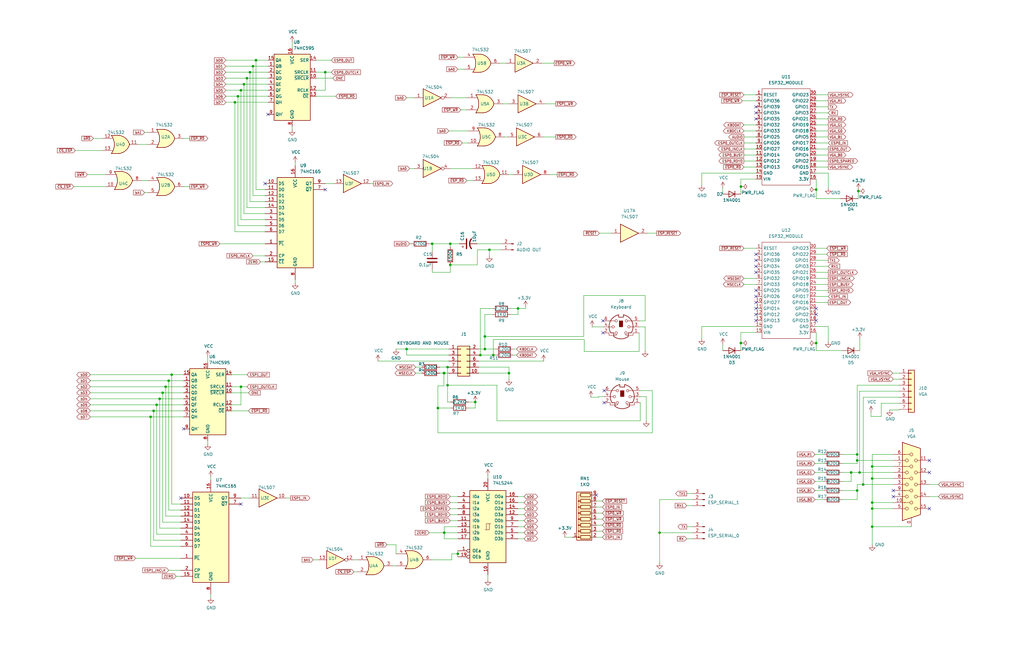
<source format=kicad_sch>
(kicad_sch (version 20211123) (generator eeschema)
  (paper "B")
  (title_block (title "Dual ESP32 IO") (date "2023-08-06") (rev "V1.0") (comment 1 "By Dan Werner"))
  (lib_symbols
    (symbol "74xx:74HC165"
      (property "Reference" "U" (at -7.62 19.05 0))
      (property "Value" "74HC165" (at -7.62 -21.59 0))
      (symbol "74HC165_1_0"
        (pin input line (at -12.7 -10.16 0) (length 5.08) (name "~{PL}") (number "1"))
        (pin input line (at -12.7 15.24 0) (length 5.08) (name "DS") (number "10"))
        (pin input line (at -12.7 12.7 0) (length 5.08) (name "D0") (number "11"))
        (pin input line (at -12.7 10.16 0) (length 5.08) (name "D1") (number "12"))
        (pin input line (at -12.7 7.62 0) (length 5.08) (name "D2") (number "13"))
        (pin input line (at -12.7 5.08 0) (length 5.08) (name "D3") (number "14"))
        (pin input line (at -12.7 -17.78 0) (length 5.08) (name "~{CE}") (number "15"))
        (pin power_in line (at 0 22.86 270) (length 5.08) (name "VCC") (number "16"))
        (pin input line (at -12.7 -15.24 0) (length 5.08) (name "CP") (number "2"))
        (pin input line (at -12.7 2.54 0) (length 5.08) (name "D4") (number "3"))
        (pin input line (at -12.7 0 0) (length 5.08) (name "D5") (number "4"))
        (pin input line (at -12.7 -2.54 0) (length 5.08) (name "D6") (number "5"))
        (pin input line (at -12.7 -5.08 0) (length 5.08) (name "D7") (number "6"))
        (pin output line (at 12.7 12.7 180) (length 5.08) (name "~{Q7}") (number "7"))
        (pin power_in line (at 0 -25.4 90) (length 5.08) (name "GND") (number "8"))
        (pin output line (at 12.7 15.24 180) (length 5.08) (name "Q7") (number "9"))
      )
    )
    (symbol "74xx:74HC595"
      (property "Reference" "U" (at -7.62 13.97 0))
      (property "Value" "74HC595" (at -7.62 -16.51 0))
      (symbol "74HC595_1_0"
        (pin tri_state line (at 10.16 7.62 180) (length 2.54) (name "QB") (number "1"))
        (pin input line (at -10.16 2.54 0) (length 2.54) (name "~{SRCLR}") (number "10"))
        (pin input line (at -10.16 5.08 0) (length 2.54) (name "SRCLK") (number "11"))
        (pin input line (at -10.16 -2.54 0) (length 2.54) (name "RCLK") (number "12"))
        (pin input line (at -10.16 -5.08 0) (length 2.54) (name "~{OE}") (number "13"))
        (pin input line (at -10.16 10.16 0) (length 2.54) (name "SER") (number "14"))
        (pin tri_state line (at 10.16 10.16 180) (length 2.54) (name "QA") (number "15"))
        (pin power_in line (at 0 15.24 270) (length 2.54) (name "VCC") (number "16"))
        (pin tri_state line (at 10.16 5.08 180) (length 2.54) (name "QC") (number "2"))
        (pin tri_state line (at 10.16 2.54 180) (length 2.54) (name "QD") (number "3"))
        (pin tri_state line (at 10.16 0 180) (length 2.54) (name "QE") (number "4"))
        (pin tri_state line (at 10.16 -2.54 180) (length 2.54) (name "QF") (number "5"))
        (pin tri_state line (at 10.16 -5.08 180) (length 2.54) (name "QG") (number "6"))
        (pin tri_state line (at 10.16 -7.62 180) (length 2.54) (name "QH") (number "7"))
        (pin power_in line (at 0 -17.78 90) (length 2.54) (name "GND") (number "8"))
        (pin output line (at 10.16 -12.7 180) (length 2.54) (name "QH'") (number "9"))
      )
    )
    (symbol "74xx:74LS04"
      (property "Reference" "U" (at 0 1.27 0))
      (property "Value" "74LS04" (at 0 -1.27 0))
      (symbol "74LS04_1_0"
        (pin input line (at -7.62 0 0) (length 3.81) (name "~") (number "1"))
        (pin output inverted (at 7.62 0 180) (length 3.81) (name "~") (number "2"))
      )
      (symbol "74LS04_2_0"
        (pin input line (at -7.62 0 0) (length 3.81) (name "~") (number "3"))
        (pin output inverted (at 7.62 0 180) (length 3.81) (name "~") (number "4"))
      )
      (symbol "74LS04_3_0"
        (pin input line (at -7.62 0 0) (length 3.81) (name "~") (number "5"))
        (pin output inverted (at 7.62 0 180) (length 3.81) (name "~") (number "6"))
      )
      (symbol "74LS04_4_0"
        (pin output inverted (at 7.62 0 180) (length 3.81) (name "~") (number "8"))
        (pin input line (at -7.62 0 0) (length 3.81) (name "~") (number "9"))
      )
      (symbol "74LS04_5_0"
        (pin output inverted (at 7.62 0 180) (length 3.81) (name "~") (number "10"))
        (pin input line (at -7.62 0 0) (length 3.81) (name "~") (number "11"))
      )
      (symbol "74LS04_6_0"
        (pin output inverted (at 7.62 0 180) (length 3.81) (name "~") (number "12"))
        (pin input line (at -7.62 0 0) (length 3.81) (name "~") (number "13"))
      )
      (symbol "74LS04_7_0"
        (pin power_in line (at 0 12.7 270) (length 5.08) (name "VCC") (number "14"))
        (pin power_in line (at 0 -12.7 90) (length 5.08) (name "GND") (number "7"))
      )
    )
    (symbol "74xx:74LS07" (pin_names (offset 1.016))
      (property "Reference" "U" (at 0 1.27 0))
      (property "Value" "74LS07" (at 0 -1.27 0))
      (symbol "74LS07_1_0"
        (pin input line (at -7.62 0 0) (length 3.81) (name "~") (number "1"))
        (pin open_collector line (at 7.62 0 180) (length 3.81) (name "~") (number "2"))
      )
      (symbol "74LS07_2_0"
        (pin input line (at -7.62 0 0) (length 3.81) (name "~") (number "3"))
        (pin open_collector line (at 7.62 0 180) (length 3.81) (name "~") (number "4"))
      )
      (symbol "74LS07_3_0"
        (pin input line (at -7.62 0 0) (length 3.81) (name "~") (number "5"))
        (pin open_collector line (at 7.62 0 180) (length 3.81) (name "~") (number "6"))
      )
      (symbol "74LS07_4_0"
        (pin open_collector line (at 7.62 0 180) (length 3.81) (name "~") (number "8"))
        (pin input line (at -7.62 0 0) (length 3.81) (name "~") (number "9"))
      )
      (symbol "74LS07_5_0"
        (pin open_collector line (at 7.62 0 180) (length 3.81) (name "~") (number "10"))
        (pin input line (at -7.62 0 0) (length 3.81) (name "~") (number "11"))
      )
      (symbol "74LS07_6_0"
        (pin open_collector line (at 7.62 0 180) (length 3.81) (name "~") (number "12"))
        (pin input line (at -7.62 0 0) (length 3.81) (name "~") (number "13"))
      )
      (symbol "74LS07_7_0"
        (pin power_in line (at 0 12.7 270) (length 5.08) (name "VCC") (number "14"))
        (pin power_in line (at 0 -12.7 90) (length 5.08) (name "GND") (number "7"))
      )
    )
    (symbol "74xx:74LS244" (pin_names (offset 1.016))
      (property "Reference" "U" (at -7.62 16.51 0))
      (property "Value" "74LS244" (at -7.62 -16.51 0))
      (symbol "74LS244_1_0"
        (pin input inverted (at -12.7 -10.16 0) (length 5.08) (name "OEa") (number "1"))
        (pin power_in line (at 0 -20.32 90) (length 5.08) (name "GND") (number "10"))
        (pin input line (at -12.7 2.54 0) (length 5.08) (name "I0b") (number "11"))
        (pin tri_state line (at 12.7 5.08 180) (length 5.08) (name "O3a") (number "12"))
        (pin input line (at -12.7 0 0) (length 5.08) (name "I1b") (number "13"))
        (pin tri_state line (at 12.7 7.62 180) (length 5.08) (name "O2a") (number "14"))
        (pin input line (at -12.7 -2.54 0) (length 5.08) (name "I2b") (number "15"))
        (pin tri_state line (at 12.7 10.16 180) (length 5.08) (name "O1a") (number "16"))
        (pin input line (at -12.7 -5.08 0) (length 5.08) (name "I3b") (number "17"))
        (pin tri_state line (at 12.7 12.7 180) (length 5.08) (name "O0a") (number "18"))
        (pin input inverted (at -12.7 -12.7 0) (length 5.08) (name "OEb") (number "19"))
        (pin input line (at -12.7 12.7 0) (length 5.08) (name "I0a") (number "2"))
        (pin power_in line (at 0 20.32 270) (length 5.08) (name "VCC") (number "20"))
        (pin tri_state line (at 12.7 -5.08 180) (length 5.08) (name "O3b") (number "3"))
        (pin input line (at -12.7 10.16 0) (length 5.08) (name "I1a") (number "4"))
        (pin tri_state line (at 12.7 -2.54 180) (length 5.08) (name "O2b") (number "5"))
        (pin input line (at -12.7 7.62 0) (length 5.08) (name "I2a") (number "6"))
        (pin tri_state line (at 12.7 0 180) (length 5.08) (name "O1b") (number "7"))
        (pin input line (at -12.7 5.08 0) (length 5.08) (name "I3a") (number "8"))
        (pin tri_state line (at 12.7 2.54 180) (length 5.08) (name "O0b") (number "9"))
      )
    )
    (symbol "74xx:74LS32" (pin_names (offset 1.016))
      (property "Reference" "U" (at 0 1.27 0))
      (property "Value" "74LS32" (at 0 -1.27 0))
      (symbol "74LS32_1_1"
        (pin input line (at -7.62 2.54 0) (length 4.318) (name "~") (number "1"))
        (pin input line (at -7.62 -2.54 0) (length 4.318) (name "~") (number "2"))
        (pin output line (at 7.62 0 180) (length 3.81) (name "~") (number "3"))
      )
      (symbol "74LS32_1_2"
        (pin input inverted (at -7.62 2.54 0) (length 3.81) (name "~") (number "1"))
        (pin input inverted (at -7.62 -2.54 0) (length 3.81) (name "~") (number "2"))
        (pin output inverted (at 7.62 0 180) (length 3.81) (name "~") (number "3"))
      )
      (symbol "74LS32_2_1"
        (pin input line (at -7.62 2.54 0) (length 4.318) (name "~") (number "4"))
        (pin input line (at -7.62 -2.54 0) (length 4.318) (name "~") (number "5"))
        (pin output line (at 7.62 0 180) (length 3.81) (name "~") (number "6"))
      )
      (symbol "74LS32_2_2"
        (pin input inverted (at -7.62 2.54 0) (length 3.81) (name "~") (number "4"))
        (pin input inverted (at -7.62 -2.54 0) (length 3.81) (name "~") (number "5"))
        (pin output inverted (at 7.62 0 180) (length 3.81) (name "~") (number "6"))
      )
      (symbol "74LS32_3_1"
        (pin input line (at -7.62 -2.54 0) (length 4.318) (name "~") (number "10"))
        (pin output line (at 7.62 0 180) (length 3.81) (name "~") (number "8"))
        (pin input line (at -7.62 2.54 0) (length 4.318) (name "~") (number "9"))
      )
      (symbol "74LS32_3_2"
        (pin input inverted (at -7.62 -2.54 0) (length 3.81) (name "~") (number "10"))
        (pin output inverted (at 7.62 0 180) (length 3.81) (name "~") (number "8"))
        (pin input inverted (at -7.62 2.54 0) (length 3.81) (name "~") (number "9"))
      )
      (symbol "74LS32_4_1"
        (pin output line (at 7.62 0 180) (length 3.81) (name "~") (number "11"))
        (pin input line (at -7.62 2.54 0) (length 4.318) (name "~") (number "12"))
        (pin input line (at -7.62 -2.54 0) (length 4.318) (name "~") (number "13"))
      )
      (symbol "74LS32_4_2"
        (pin output inverted (at 7.62 0 180) (length 3.81) (name "~") (number "11"))
        (pin input inverted (at -7.62 2.54 0) (length 3.81) (name "~") (number "12"))
        (pin input inverted (at -7.62 -2.54 0) (length 3.81) (name "~") (number "13"))
      )
      (symbol "74LS32_5_0"
        (pin power_in line (at 0 12.7 270) (length 5.08) (name "VCC") (number "14"))
        (pin power_in line (at 0 -12.7 90) (length 5.08) (name "GND") (number "7"))
      )
    )
    (symbol "CUSTOM_LIB:ESP32_MODULE"
      (property "Reference" "U12" (at 0 2.54 0))
      (property "Value" "ESP32_MODULE" (at 0 0 0))
      (symbol "ESP32_MODULE_1_1"
        (pin input line (at -12.7 -5.08 0) (length 2.54) (name "RESET") (number "1"))
        (pin bidirectional line (at -12.7 -27.94 0) (length 2.54) (name "GPIO27") (number "10"))
        (pin bidirectional line (at -12.7 -30.48 0) (length 2.54) (name "GPIO14") (number "11"))
        (pin bidirectional line (at -12.7 -33.02 0) (length 2.54) (name "GPIO12") (number "12"))
        (pin bidirectional line (at -12.7 -35.56 0) (length 2.54) (name "GPIO13") (number "13"))
        (pin power_in line (at -12.7 -38.1 0) (length 2.54) (name "GND") (number "14"))
        (pin power_in line (at -12.7 -40.64 0) (length 2.54) (name "VIN") (number "15"))
        (pin power_in line (at 12.7 -40.64 180) (length 2.54) (name "3.3V") (number "16"))
        (pin power_in line (at 12.7 -38.1 180) (length 2.54) (name "GND") (number "17"))
        (pin bidirectional line (at 12.7 -35.56 180) (length 2.54) (name "GPIO15") (number "18"))
        (pin bidirectional line (at 12.7 -33.02 180) (length 2.54) (name "GPIO2") (number "19"))
        (pin bidirectional line (at -12.7 -7.62 0) (length 2.54) (name "GPIO36") (number "2"))
        (pin bidirectional line (at 12.7 -30.48 180) (length 2.54) (name "GPIO4") (number "20"))
        (pin bidirectional line (at 12.7 -27.94 180) (length 2.54) (name "GPIO16") (number "21"))
        (pin bidirectional line (at 12.7 -25.4 180) (length 2.54) (name "GPIO17") (number "22"))
        (pin bidirectional line (at 12.7 -22.86 180) (length 2.54) (name "GPIO5") (number "23"))
        (pin bidirectional line (at 12.7 -20.32 180) (length 2.54) (name "GPIO18") (number "24"))
        (pin bidirectional line (at 12.7 -17.78 180) (length 2.54) (name "GPIO19") (number "25"))
        (pin bidirectional line (at 12.7 -15.24 180) (length 2.54) (name "GPIO21") (number "26"))
        (pin bidirectional line (at 12.7 -12.7 180) (length 2.54) (name "GPIO3") (number "27"))
        (pin bidirectional line (at 12.7 -10.16 180) (length 2.54) (name "GPIO1") (number "28"))
        (pin bidirectional line (at 12.7 -7.62 180) (length 2.54) (name "GPIO22") (number "29"))
        (pin bidirectional line (at -12.7 -10.16 0) (length 2.54) (name "GPIO39") (number "3"))
        (pin bidirectional line (at 12.7 -5.08 180) (length 2.54) (name "GPIO23") (number "30"))
        (pin bidirectional line (at -12.7 -12.7 0) (length 2.54) (name "GPIO34") (number "4"))
        (pin bidirectional line (at -12.7 -15.24 0) (length 2.54) (name "GPIO35") (number "5"))
        (pin bidirectional line (at -12.7 -17.78 0) (length 2.54) (name "GPIO32") (number "6"))
        (pin bidirectional line (at -12.7 -20.32 0) (length 2.54) (name "GPIO33") (number "7"))
        (pin bidirectional line (at -12.7 -22.86 0) (length 2.54) (name "GPIO25") (number "8"))
        (pin bidirectional line (at -12.7 -25.4 0) (length 2.54) (name "GPIO26") (number "9"))
      )
    )
    (symbol "Connector:Conn_01x02_Male" (pin_names (offset 1.016) hide)
      (property "Reference" "J" (at 0 2.54 0))
      (property "Value" "Conn_01x02_Male" (at 0 -5.08 0))
      (symbol "Conn_01x02_Male_1_1"
        (pin passive line (at 5.08 0 180) (length 3.81) (name "Pin_1") (number "1"))
        (pin passive line (at 5.08 -2.54 180) (length 3.81) (name "Pin_2") (number "2"))
      )
    )
    (symbol "Connector:Conn_01x03_Male" (pin_names (offset 1.016) hide)
      (property "Reference" "J" (at 0 5.08 0))
      (property "Value" "Conn_01x03_Male" (at 0 -5.08 0))
      (symbol "Conn_01x03_Male_1_1"
        (pin passive line (at 5.08 2.54 180) (length 3.81) (name "Pin_1") (number "1"))
        (pin passive line (at 5.08 0 180) (length 3.81) (name "Pin_2") (number "2"))
        (pin passive line (at 5.08 -2.54 180) (length 3.81) (name "Pin_3") (number "3"))
      )
    )
    (symbol "Connector:DB15_Female_HighDensity_MountingHoles" (pin_names (offset 1.016) hide)
      (property "Reference" "J" (at 0 21.59 0))
      (property "Value" "DB15_Female_HighDensity_MountingHoles" (at 0 19.05 0))
      (symbol "DB15_Female_HighDensity_MountingHoles_1_1"
        (pin passive line (at 0 -17.78 90) (length 3.81) (name "~") (number "0"))
        (pin passive line (at -7.62 10.16 0) (length 5.08) (name "~") (number "1"))
        (pin passive line (at -7.62 -7.62 0) (length 5.08) (name "~") (number "10"))
        (pin passive line (at 7.62 10.16 180) (length 5.08) (name "~") (number "11"))
        (pin passive line (at 7.62 5.08 180) (length 5.08) (name "~") (number "12"))
        (pin passive line (at 7.62 0 180) (length 5.08) (name "~") (number "13"))
        (pin passive line (at 7.62 -5.08 180) (length 5.08) (name "~") (number "14"))
        (pin passive line (at 7.62 -10.16 180) (length 5.08) (name "~") (number "15"))
        (pin passive line (at -7.62 5.08 0) (length 5.08) (name "~") (number "2"))
        (pin passive line (at -7.62 0 0) (length 5.08) (name "~") (number "3"))
        (pin passive line (at -7.62 -5.08 0) (length 5.08) (name "~") (number "4"))
        (pin passive line (at -7.62 -10.16 0) (length 5.08) (name "~") (number "5"))
        (pin passive line (at -7.62 12.7 0) (length 5.08) (name "~") (number "6"))
        (pin passive line (at -7.62 7.62 0) (length 5.08) (name "~") (number "7"))
        (pin passive line (at -7.62 2.54 0) (length 5.08) (name "~") (number "8"))
        (pin passive line (at -7.62 -2.54 0) (length 5.08) (name "~") (number "9"))
      )
    )
    (symbol "Connector:Mini-DIN-6" (pin_names (offset 1.016))
      (property "Reference" "J" (at 0 6.35 0))
      (property "Value" "Mini-DIN-6" (at 0 -6.35 0))
      (symbol "Mini-DIN-6_1_1"
        (pin passive line (at 7.62 -2.54 180) (length 2.54) (name "~") (number "1"))
        (pin passive line (at -7.62 -2.54 0) (length 2.54) (name "~") (number "2"))
        (pin passive line (at 7.62 0 180) (length 2.54) (name "~") (number "3"))
        (pin passive line (at -7.62 0 0) (length 2.54) (name "~") (number "4"))
        (pin passive line (at 7.62 2.54 180) (length 2.54) (name "~") (number "5"))
        (pin passive line (at -7.62 2.54 0) (length 2.54) (name "~") (number "6"))
      )
    )
    (symbol "Connector_Generic:Conn_01x07" (pin_names (offset 1.016) hide)
      (property "Reference" "J" (at 0 10.16 0))
      (property "Value" "Conn_01x07" (at 0 -10.16 0))
      (symbol "Conn_01x07_1_1"
        (pin passive line (at -5.08 7.62 0) (length 3.81) (name "Pin_1") (number "1"))
        (pin passive line (at -5.08 5.08 0) (length 3.81) (name "Pin_2") (number "2"))
        (pin passive line (at -5.08 2.54 0) (length 3.81) (name "Pin_3") (number "3"))
        (pin passive line (at -5.08 0 0) (length 3.81) (name "Pin_4") (number "4"))
        (pin passive line (at -5.08 -2.54 0) (length 3.81) (name "Pin_5") (number "5"))
        (pin passive line (at -5.08 -5.08 0) (length 3.81) (name "Pin_6") (number "6"))
        (pin passive line (at -5.08 -7.62 0) (length 3.81) (name "Pin_7") (number "7"))
      )
    )
    (symbol "Connector_Generic:Conn_02x05_Odd_Even" (pin_names (offset 1.016) hide)
      (property "Reference" "J" (at 1.27 7.62 0))
      (property "Value" "Conn_02x05_Odd_Even" (at 1.27 -7.62 0))
      (symbol "Conn_02x05_Odd_Even_1_1"
        (pin passive line (at -5.08 5.08 0) (length 3.81) (name "Pin_1") (number "1"))
        (pin passive line (at 7.62 -5.08 180) (length 3.81) (name "Pin_10") (number "10"))
        (pin passive line (at 7.62 5.08 180) (length 3.81) (name "Pin_2") (number "2"))
        (pin passive line (at -5.08 2.54 0) (length 3.81) (name "Pin_3") (number "3"))
        (pin passive line (at 7.62 2.54 180) (length 3.81) (name "Pin_4") (number "4"))
        (pin passive line (at -5.08 0 0) (length 3.81) (name "Pin_5") (number "5"))
        (pin passive line (at 7.62 0 180) (length 3.81) (name "Pin_6") (number "6"))
        (pin passive line (at -5.08 -2.54 0) (length 3.81) (name "Pin_7") (number "7"))
        (pin passive line (at 7.62 -2.54 180) (length 3.81) (name "Pin_8") (number "8"))
        (pin passive line (at -5.08 -5.08 0) (length 3.81) (name "Pin_9") (number "9"))
      )
    )
    (symbol "Device:C" (pin_numbers hide) (pin_names (offset 0.254))
      (property "Reference" "C" (at 0.635 2.54 0))
      (property "Value" "C" (at 0.635 -2.54 0))
      (symbol "C_1_1"
        (pin passive line (at 0 3.81 270) (length 2.794) (name "~") (number "1"))
        (pin passive line (at 0 -3.81 90) (length 2.794) (name "~") (number "2"))
      )
    )
    (symbol "Device:C_Polarized_US" (pin_numbers hide) (pin_names (offset 0.254) hide)
      (property "Reference" "C" (at 0.635 2.54 0))
      (property "Value" "C_Polarized_US" (at 0.635 -2.54 0))
      (symbol "C_Polarized_US_1_1"
        (pin passive line (at 0 3.81 270) (length 2.794) (name "~") (number "1"))
        (pin passive line (at 0 -3.81 90) (length 3.302) (name "~") (number "2"))
      )
    )
    (symbol "Device:R" (pin_numbers hide) (pin_names (offset 0))
      (property "Reference" "R" (at 2.032 0 90))
      (property "Value" "R" (at 0 0 90))
      (symbol "R_1_1"
        (pin passive line (at 0 3.81 270) (length 1.27) (name "~") (number "1"))
        (pin passive line (at 0 -3.81 90) (length 1.27) (name "~") (number "2"))
      )
    )
    (symbol "Device:R_Network08" (pin_names (offset 0) hide)
      (property "Reference" "RN" (at -12.7 0 90))
      (property "Value" "R_Network08" (at 10.16 0 90))
      (symbol "R_Network08_1_1"
        (pin passive line (at -10.16 5.08 270) (length 2.54) (name "common") (number "1"))
        (pin passive line (at -10.16 -5.08 90) (length 1.27) (name "R1") (number "2"))
        (pin passive line (at -7.62 -5.08 90) (length 1.27) (name "R2") (number "3"))
        (pin passive line (at -5.08 -5.08 90) (length 1.27) (name "R3") (number "4"))
        (pin passive line (at -2.54 -5.08 90) (length 1.27) (name "R4") (number "5"))
        (pin passive line (at 0 -5.08 90) (length 1.27) (name "R5") (number "6"))
        (pin passive line (at 2.54 -5.08 90) (length 1.27) (name "R6") (number "7"))
        (pin passive line (at 5.08 -5.08 90) (length 1.27) (name "R7") (number "8"))
        (pin passive line (at 7.62 -5.08 90) (length 1.27) (name "R8") (number "9"))
      )
    )
    (symbol "Diode:1N4001" (pin_numbers hide) (pin_names hide)
      (property "Reference" "D" (at 0 2.54 0))
      (property "Value" "1N4001" (at 0 -2.54 0))
      (symbol "1N4001_1_1"
        (pin passive line (at -3.81 0 0) (length 2.54) (name "K") (number "1"))
        (pin passive line (at 3.81 0 180) (length 2.54) (name "A") (number "2"))
      )
    )
    (symbol "ESP32_MODULE_1"
      (property "Reference" "U12" (at 0 2.54 0))
      (property "Value" "ESP32_MODULE_1" (at 0 0 0))
      (symbol "ESP32_MODULE_1_1_1"
        (pin input line (at -12.7 -5.08 0) (length 2.54) (name "RESET") (number "1"))
        (pin bidirectional line (at -12.7 -27.94 0) (length 2.54) (name "GPIO27") (number "10"))
        (pin bidirectional line (at -12.7 -30.48 0) (length 2.54) (name "GPIO14") (number "11"))
        (pin bidirectional line (at -12.7 -33.02 0) (length 2.54) (name "GPIO12") (number "12"))
        (pin bidirectional line (at -12.7 -35.56 0) (length 2.54) (name "GPIO13") (number "13"))
        (pin power_in line (at -12.7 -38.1 0) (length 2.54) (name "GND") (number "14"))
        (pin power_in line (at -12.7 -40.64 0) (length 2.54) (name "VIN") (number "15"))
        (pin power_in line (at 12.7 -40.64 180) (length 2.54) (name "3.3V") (number "16"))
        (pin power_in line (at 12.7 -38.1 180) (length 2.54) (name "GND") (number "17"))
        (pin bidirectional line (at 12.7 -35.56 180) (length 2.54) (name "GPIO15") (number "18"))
        (pin bidirectional line (at 12.7 -33.02 180) (length 2.54) (name "GPIO2") (number "19"))
        (pin bidirectional line (at -12.7 -7.62 0) (length 2.54) (name "GPIO36") (number "2"))
        (pin bidirectional line (at 12.7 -30.48 180) (length 2.54) (name "GPIO4") (number "20"))
        (pin bidirectional line (at 12.7 -27.94 180) (length 2.54) (name "GPIO16") (number "21"))
        (pin bidirectional line (at 12.7 -25.4 180) (length 2.54) (name "GPIO17") (number "22"))
        (pin bidirectional line (at 12.7 -22.86 180) (length 2.54) (name "GPIO5") (number "23"))
        (pin bidirectional line (at 12.7 -20.32 180) (length 2.54) (name "GPIO18") (number "24"))
        (pin bidirectional line (at 12.7 -17.78 180) (length 2.54) (name "GPIO19") (number "25"))
        (pin bidirectional line (at 12.7 -15.24 180) (length 2.54) (name "GPIO21") (number "26"))
        (pin bidirectional line (at 12.7 -12.7 180) (length 2.54) (name "GPIO3") (number "27"))
        (pin bidirectional line (at 12.7 -10.16 180) (length 2.54) (name "GPIO1") (number "28"))
        (pin bidirectional line (at 12.7 -7.62 180) (length 2.54) (name "GPIO22") (number "29"))
        (pin bidirectional line (at -12.7 -10.16 0) (length 2.54) (name "GPIO39") (number "3"))
        (pin bidirectional line (at 12.7 -5.08 180) (length 2.54) (name "GPIO23") (number "30"))
        (pin bidirectional line (at -12.7 -12.7 0) (length 2.54) (name "GPIO34") (number "4"))
        (pin bidirectional line (at -12.7 -15.24 0) (length 2.54) (name "GPIO35") (number "5"))
        (pin bidirectional line (at -12.7 -17.78 0) (length 2.54) (name "GPIO32") (number "6"))
        (pin bidirectional line (at -12.7 -20.32 0) (length 2.54) (name "GPIO33") (number "7"))
        (pin bidirectional line (at -12.7 -22.86 0) (length 2.54) (name "GPIO25") (number "8"))
        (pin bidirectional line (at -12.7 -25.4 0) (length 2.54) (name "GPIO26") (number "9"))
      )
    )
    (symbol "power:+3.3V" (power) (pin_names (offset 0))
      (property "Value" "+3.3V" (at 0 3.556 0))
      (symbol "+3.3V_1_1"
        (pin power_in line (at 0 0 90) (length 0) hide (name "+3.3V") (number "1"))
      )
    )
    (symbol "power:GND" (power) (pin_names (offset 0))
      (property "Value" "GND" (at 0 -3.81 0))
      (symbol "GND_1_1"
        (pin power_in line (at 0 0 270) (length 0) hide (name "GND") (number "1"))
      )
    )
    (symbol "power:PWR_FLAG" (power) (pin_numbers hide) (pin_names (offset 0) hide)
      (property "Value" "PWR_FLAG" (at 0 3.81 0))
      (symbol "PWR_FLAG_0_0"
        (pin power_out line (at 0 0 90) (length 0) (name "pwr") (number "1"))
      )
    )
    (symbol "power:VCC" (power) (pin_names (offset 0))
      (property "Value" "VCC" (at 0 3.81 0))
      (symbol "VCC_1_1"
        (pin power_in line (at 0 0 90) (length 0) hide (name "VCC") (number "1"))
      )
    )
  )
  (junction (at 367.792 222.25))
  (junction (at 106.68 27.94))
  (junction (at 101.6 163.195))
  (junction (at 69.85 163.195))
  (junction (at 189.865 102.87))
  (junction (at 104.14 33.02))
  (junction (at 101.6 38.1))
  (junction (at 363.982 204.47))
  (junction (at 72.39 158.115))
  (junction (at 188.722 154.94))
  (junction (at 362.458 199.39))
  (junction (at 204.47 141.986))
  (junction (at 187.198 157.48))
  (junction (at 188.722 162.56))
  (junction (at 312.42 78.74))
  (junction (at 214.63 157.48))
  (junction (at 187.325 157.48))
  (junction (at 187.325 224.79))
  (junction (at 200.406 169.672))
  (junction (at 202.565 149.86))
  (junction (at 218.44 130.175))
  (junction (at 64.77 173.355))
  (junction (at 107.95 25.4))
  (junction (at 367.792 212.09))
  (junction (at 171.45 147.32))
  (junction (at 63.5 175.895))
  (junction (at 367.792 214.63))
  (junction (at 361.442 207.01))
  (junction (at 137.16 30.48))
  (junction (at 184.658 172.212))
  (junction (at 367.792 196.85))
  (junction (at 208.026 149.86))
  (junction (at 102.87 35.56))
  (junction (at 344.17 80.01))
  (junction (at 206.375 105.41))
  (junction (at 358.902 199.39))
  (junction (at 105.41 30.48))
  (junction (at 189.865 111.76))
  (junction (at 367.792 201.93))
  (junction (at 278.13 224.79))
  (junction (at 99.06 43.18))
  (junction (at 182.245 102.87))
  (junction (at 67.31 168.275))
  (junction (at 68.58 165.735))
  (junction (at 100.33 40.64))
  (junction (at 204.47 147.32))
  (junction (at 361.442 191.77))
  (junction (at 361.95 80.645))
  (junction (at 344.17 144.78))
  (junction (at 193.04 233.68))
  (junction (at 312.42 144.78))
  (junction (at 361.442 194.31))
  (junction (at 66.04 170.815))
  (junction (at 71.12 160.655))
  (no_connect (at 113.03 48.26))
  (no_connect (at 376.682 207.01))
  (no_connect (at 344.17 132.715))
  (no_connect (at 137.16 80.01))
  (no_connect (at 318.77 107.315))
  (no_connect (at 111.76 77.47))
  (no_connect (at 318.77 45.085))
  (no_connect (at 318.77 132.715))
  (no_connect (at 344.17 135.255))
  (no_connect (at 344.17 130.175))
  (no_connect (at 251.46 208.915))
  (no_connect (at 391.922 214.63))
  (no_connect (at 101.6 212.725))
  (no_connect (at 254.254 135.382))
  (no_connect (at 254.762 164.846))
  (no_connect (at 254.762 169.926))
  (no_connect (at 254.254 140.462))
  (no_connect (at 318.77 127.635))
  (no_connect (at 318.77 114.935))
  (no_connect (at 391.922 199.39))
  (no_connect (at 391.922 194.31))
  (no_connect (at 318.77 112.395))
  (no_connect (at 318.77 135.255))
  (no_connect (at 376.682 209.55))
  (no_connect (at 318.77 122.555))
  (no_connect (at 76.2 210.185))
  (no_connect (at 318.77 130.175))
  (no_connect (at 77.47 180.975))
  (no_connect (at 318.77 125.095))
  (no_connect (at 318.77 50.165))
  (no_connect (at 318.77 109.855))
  (no_connect (at 318.77 47.625))
  (wire (pts (xy 204.47 141.986) (xy 246.126 141.986)))
  (wire (pts (xy 188.722 154.94) (xy 189.23 154.94)))
  (wire (pts (xy 344.17 109.855) (xy 349.25 109.855)))
  (wire (pts (xy 77.47 78.74) (xy 80.01 78.74)))
  (wire (pts (xy 344.17 42.545) (xy 349.25 42.545)))
  (wire (pts (xy 269.494 140.462) (xy 269.494 148.336)))
  (wire (pts (xy 252.476 167.386) (xy 252.476 167.64)))
  (wire (pts (xy 193.04 24.13) (xy 195.58 24.13)))
  (wire (pts (xy 38.1 170.815) (xy 66.04 170.815)))
  (wire (pts (xy 278.13 224.79) (xy 292.1 224.79)))
  (wire (pts (xy 200.406 172.212) (xy 200.406 169.672)))
  (wire (pts (xy 189.865 214.63) (xy 193.04 214.63)))
  (wire (pts (xy 361.442 207.01) (xy 361.442 204.47)))
  (wire (pts (xy 123.19 53.34) (xy 123.19 54.61)))
  (wire (pts (xy 361.442 162.56) (xy 379.222 162.56)))
  (wire (pts (xy 77.47 158.115) (xy 72.39 158.115)))
  (wire (pts (xy 104.14 87.63) (xy 104.14 33.02)))
  (wire (pts (xy 133.35 33.02) (xy 140.335 33.02)))
  (wire (pts (xy 95.25 43.18) (xy 99.06 43.18)))
  (wire (pts (xy 229.87 43.815) (xy 234.315 43.815)))
  (wire (pts (xy 133.35 40.64) (xy 141.605 40.64)))
  (wire (pts (xy 31.75 63.5) (xy 43.18 63.5)))
  (wire (pts (xy 254.762 167.386) (xy 252.476 167.386)))
  (wire (pts (xy 313.69 40.005) (xy 318.77 40.005)))
  (wire (pts (xy 156.21 77.47) (xy 157.48 77.47)))
  (wire (pts (xy 76.2 215.265) (xy 71.12 215.265)))
  (wire (pts (xy 59.69 76.2) (xy 62.23 76.2)))
  (wire (pts (xy 97.79 158.115) (xy 104.14 158.115)))
  (wire (pts (xy 218.44 214.63) (xy 220.98 214.63)))
  (wire (pts (xy 194.31 46.355) (xy 196.85 46.355)))
  (wire (pts (xy 71.12 240.665) (xy 76.2 240.665)))
  (wire (pts (xy 221.615 130.175) (xy 221.615 129.54)))
  (wire (pts (xy 193.04 222.25) (xy 187.325 222.25)))
  (wire (pts (xy 361.95 80.01) (xy 361.95 80.645)))
  (wire (pts (xy 36.83 73.66) (xy 44.45 73.66)))
  (wire (pts (xy 95.25 30.48) (xy 105.41 30.48)))
  (wire (pts (xy 355.092 195.58) (xy 361.442 195.58)))
  (wire (pts (xy 137.16 38.1) (xy 137.16 30.48)))
  (wire (pts (xy 343.662 210.82) (xy 347.472 210.82)))
  (wire (pts (xy 344.17 125.095) (xy 349.25 125.095)))
  (wire (pts (xy 313.69 52.705) (xy 318.77 52.705)))
  (wire (pts (xy 344.17 67.945) (xy 349.25 67.945)))
  (wire (pts (xy 218.44 227.33) (xy 220.98 227.33)))
  (wire (pts (xy 187.325 222.25) (xy 187.325 224.79)))
  (wire (pts (xy 163.195 229.87) (xy 167.005 229.87)))
  (wire (pts (xy 190.5 233.68) (xy 193.04 233.68)))
  (wire (pts (xy 111.76 92.71) (xy 101.6 92.71)))
  (wire (pts (xy 109.855 110.49) (xy 111.76 110.49)))
  (wire (pts (xy 58.42 60.96) (xy 62.23 60.96)))
  (wire (pts (xy 272.034 124.714) (xy 272.034 135.382)))
  (wire (pts (xy 229.235 57.785) (xy 234.315 57.785)))
  (wire (pts (xy 228.6 26.67) (xy 233.68 26.67)))
  (wire (pts (xy 76.2 220.345) (xy 68.58 220.345)))
  (wire (pts (xy 165.735 238.76) (xy 167.005 238.76)))
  (wire (pts (xy 295.91 73.025) (xy 318.77 73.025)))
  (wire (pts (xy 76.2 222.885) (xy 67.31 222.885)))
  (wire (pts (xy 251.46 224.155) (xy 254 224.155)))
  (wire (pts (xy 344.17 127.635) (xy 349.25 127.635)))
  (wire (pts (xy 367.792 196.85) (xy 367.792 201.93)))
  (wire (pts (xy 251.46 211.455) (xy 254 211.455)))
  (wire (pts (xy 344.17 137.795) (xy 349.25 137.795)))
  (wire (pts (xy 238.125 226.695) (xy 241.3 226.695)))
  (wire (pts (xy 101.6 210.185) (xy 105.41 210.185)))
  (wire (pts (xy 99.06 97.79) (xy 99.06 43.18)))
  (wire (pts (xy 97.79 170.815) (xy 101.6 170.815)))
  (wire (pts (xy 171.45 149.86) (xy 189.23 149.86)))
  (wire (pts (xy 313.69 70.485) (xy 318.77 70.485)))
  (wire (pts (xy 38.1 168.275) (xy 67.31 168.275)))
  (wire (pts (xy 205.74 200.66) (xy 205.74 201.93)))
  (wire (pts (xy 344.17 47.625) (xy 349.25 47.625)))
  (wire (pts (xy 188.722 162.56) (xy 188.722 169.672)))
  (wire (pts (xy 367.284 175.768) (xy 367.284 173.99)))
  (wire (pts (xy 344.17 112.395) (xy 349.25 112.395)))
  (wire (pts (xy 113.03 38.1) (xy 101.6 38.1)))
  (wire (pts (xy 113.03 33.02) (xy 104.14 33.02)))
  (wire (pts (xy 175.26 157.48) (xy 177.8 157.48)))
  (wire (pts (xy 355.092 210.82) (xy 361.442 210.82)))
  (wire (pts (xy 69.85 217.805) (xy 69.85 163.195)))
  (wire (pts (xy 289.56 222.25) (xy 292.1 222.25)))
  (wire (pts (xy 313.69 60.325) (xy 318.77 60.325)))
  (wire (pts (xy 362.585 142.875) (xy 362.585 147.955)))
  (wire (pts (xy 362.458 199.39) (xy 376.682 199.39)))
  (wire (pts (xy 209.55 162.56) (xy 209.55 177.546)))
  (wire (pts (xy 95.25 40.64) (xy 100.33 40.64)))
  (wire (pts (xy 252.476 167.64) (xy 249.174 167.64)))
  (wire (pts (xy 344.17 50.165) (xy 349.25 50.165)))
  (wire (pts (xy 77.47 168.275) (xy 67.31 168.275)))
  (wire (pts (xy 211.455 105.41) (xy 206.375 105.41)))
  (wire (pts (xy 313.69 104.775) (xy 318.77 104.775)))
  (wire (pts (xy 343.662 199.39) (xy 347.472 199.39)))
  (wire (pts (xy 313.69 67.945) (xy 318.77 67.945)))
  (wire (pts (xy 312.42 75.565) (xy 318.77 75.565)))
  (wire (pts (xy 358.902 199.39) (xy 362.458 199.39)))
  (wire (pts (xy 204.47 132.715) (xy 204.47 141.986)))
  (wire (pts (xy 367.792 214.63) (xy 367.792 222.25)))
  (wire (pts (xy 210.82 26.67) (xy 213.36 26.67)))
  (wire (pts (xy 39.37 58.42) (xy 43.18 58.42)))
  (wire (pts (xy 133.35 30.48) (xy 137.16 30.48)))
  (wire (pts (xy 95.25 27.94) (xy 106.68 27.94)))
  (wire (pts (xy 102.87 90.17) (xy 102.87 35.56)))
  (wire (pts (xy 363.982 167.64) (xy 379.222 167.64)))
  (wire (pts (xy 270.002 167.386) (xy 272.542 167.386)))
  (wire (pts (xy 361.442 195.58) (xy 361.442 194.31)))
  (wire (pts (xy 60.96 55.88) (xy 62.23 55.88)))
  (wire (pts (xy 106.68 107.95) (xy 111.76 107.95)))
  (wire (pts (xy 113.03 25.4) (xy 107.95 25.4)))
  (wire (pts (xy 67.31 222.885) (xy 67.31 168.275)))
  (wire (pts (xy 95.25 25.4) (xy 107.95 25.4)))
  (wire (pts (xy 189.865 102.87) (xy 189.865 104.14)))
  (wire (pts (xy 175.26 154.94) (xy 177.8 154.94)))
  (wire (pts (xy 172.72 71.12) (xy 174.625 71.12)))
  (wire (pts (xy 189.865 217.17) (xy 193.04 217.17)))
  (wire (pts (xy 201.93 152.4) (xy 229.235 152.4)))
  (wire (pts (xy 113.03 30.48) (xy 105.41 30.48)))
  (wire (pts (xy 187.325 227.33) (xy 193.04 227.33)))
  (wire (pts (xy 343.662 191.77) (xy 347.472 191.77)))
  (wire (pts (xy 251.46 213.995) (xy 254 213.995)))
  (wire (pts (xy 87.63 150.495) (xy 87.63 153.035)))
  (wire (pts (xy 216.535 147.32) (xy 217.805 147.32)))
  (wire (pts (xy 344.17 73.025) (xy 349.25 73.025)))
  (wire (pts (xy 180.975 102.87) (xy 182.245 102.87)))
  (wire (pts (xy 344.17 70.485) (xy 349.25 70.485)))
  (wire (pts (xy 187.325 157.48) (xy 189.23 157.48)))
  (wire (pts (xy 106.68 27.94) (xy 113.03 27.94)))
  (wire (pts (xy 105.41 85.09) (xy 105.41 30.48)))
  (wire (pts (xy 343.662 195.58) (xy 347.472 195.58)))
  (wire (pts (xy 38.1 165.735) (xy 68.58 165.735)))
  (wire (pts (xy 391.922 209.55) (xy 395.732 209.55)))
  (wire (pts (xy 344.17 75.565) (xy 344.17 80.01)))
  (wire (pts (xy 60.96 81.28) (xy 62.23 81.28)))
  (wire (pts (xy 97.79 163.195) (xy 101.6 163.195)))
  (wire (pts (xy 113.03 40.64) (xy 100.33 40.64)))
  (wire (pts (xy 77.47 58.42) (xy 80.01 58.42)))
  (wire (pts (xy 149.225 241.3) (xy 150.495 241.3)))
  (wire (pts (xy 201.93 149.86) (xy 202.565 149.86)))
  (wire (pts (xy 344.17 140.335) (xy 344.17 144.78)))
  (wire (pts (xy 171.45 147.32) (xy 171.45 149.86)))
  (wire (pts (xy 313.69 62.865) (xy 318.77 62.865)))
  (wire (pts (xy 95.25 38.1) (xy 101.6 38.1)))
  (wire (pts (xy 194.945 60.325) (xy 197.485 60.325)))
  (wire (pts (xy 187.325 224.79) (xy 187.325 227.33)))
  (wire (pts (xy 371.602 175.768) (xy 367.284 175.768)))
  (wire (pts (xy 344.17 107.315) (xy 348.615 107.315)))
  (wire (pts (xy 362.458 165.1) (xy 379.222 165.1)))
  (wire (pts (xy 251.46 219.075) (xy 254 219.075)))
  (wire (pts (xy 107.95 80.01) (xy 107.95 25.4)))
  (wire (pts (xy 344.17 83.82) (xy 354.33 83.82)))
  (wire (pts (xy 218.44 132.715) (xy 218.44 130.175)))
  (wire (pts (xy 185.42 154.94) (xy 188.722 154.94)))
  (wire (pts (xy 251.46 216.535) (xy 254 216.535)))
  (wire (pts (xy 246.38 148.336) (xy 246.38 143.256)))
  (wire (pts (xy 208.026 143.256) (xy 208.026 149.86)))
  (wire (pts (xy 246.126 124.714) (xy 272.034 124.714)))
  (wire (pts (xy 206.375 105.41) (xy 206.375 107.95)))
  (wire (pts (xy 205.74 242.57) (xy 205.74 244.475)))
  (wire (pts (xy 363.982 204.47) (xy 363.982 167.64)))
  (wire (pts (xy 201.295 111.76) (xy 189.865 111.76)))
  (wire (pts (xy 101.6 170.815) (xy 101.6 163.195)))
  (wire (pts (xy 184.658 182.626) (xy 184.658 172.212)))
  (wire (pts (xy 292.1 210.82) (xy 278.13 210.82)))
  (wire (pts (xy 201.93 147.32) (xy 204.47 147.32)))
  (wire (pts (xy 344.17 52.705) (xy 349.25 52.705)))
  (wire (pts (xy 344.17 117.475) (xy 349.25 117.475)))
  (wire (pts (xy 88.9 250.825) (xy 88.9 252.095)))
  (wire (pts (xy 202.565 149.86) (xy 208.026 149.86)))
  (wire (pts (xy 212.09 43.815) (xy 214.63 43.815)))
  (wire (pts (xy 204.47 147.32) (xy 208.915 147.32)))
  (wire (pts (xy 77.47 163.195) (xy 69.85 163.195)))
  (wire (pts (xy 269.494 137.922) (xy 272.034 137.922)))
  (wire (pts (xy 376.682 160.02) (xy 379.222 160.02)))
  (wire (pts (xy 251.46 226.695) (xy 254 226.695)))
  (wire (pts (xy 188.722 162.56) (xy 209.55 162.56)))
  (wire (pts (xy 124.46 68.58) (xy 124.46 69.85)))
  (wire (pts (xy 212.725 57.785) (xy 213.995 57.785)))
  (wire (pts (xy 272.034 137.922) (xy 272.034 148.082)))
  (wire (pts (xy 113.03 35.56) (xy 102.87 35.56)))
  (wire (pts (xy 204.47 141.986) (xy 204.47 147.32)))
  (wire (pts (xy 355.092 203.2) (xy 358.902 203.2)))
  (wire (pts (xy 187.198 157.48) (xy 187.325 157.48)))
  (wire (pts (xy 38.1 158.115) (xy 72.39 158.115)))
  (wire (pts (xy 246.38 143.256) (xy 208.026 143.256)))
  (wire (pts (xy 87.63 186.055) (xy 87.63 187.325)))
  (wire (pts (xy 289.56 208.28) (xy 292.1 208.28)))
  (wire (pts (xy 295.91 137.795) (xy 318.77 137.795)))
  (wire (pts (xy 218.44 209.55) (xy 220.98 209.55)))
  (wire (pts (xy 313.69 55.245) (xy 318.77 55.245)))
  (wire (pts (xy 77.47 170.815) (xy 66.04 170.815)))
  (wire (pts (xy 189.23 147.32) (xy 171.45 147.32)))
  (wire (pts (xy 137.16 30.48) (xy 139.7 30.48)))
  (wire (pts (xy 189.865 111.76) (xy 189.865 114.935)))
  (wire (pts (xy 159.385 152.4) (xy 189.23 152.4)))
  (wire (pts (xy 120.65 210.185) (xy 122.555 210.185)))
  (wire (pts (xy 379.222 172.974) (xy 379.222 172.72)))
  (wire (pts (xy 313.69 65.405) (xy 318.77 65.405)))
  (wire (pts (xy 201.295 105.41) (xy 201.295 111.76)))
  (wire (pts (xy 344.17 144.78) (xy 344.17 147.955)))
  (wire (pts (xy 367.792 212.09) (xy 367.792 214.63)))
  (wire (pts (xy 38.1 163.195) (xy 69.85 163.195)))
  (wire (pts (xy 367.792 191.77) (xy 367.792 196.85)))
  (wire (pts (xy 367.792 196.85) (xy 376.682 196.85)))
  (wire (pts (xy 185.42 157.48) (xy 187.198 157.48)))
  (wire (pts (xy 201.93 154.94) (xy 214.63 154.94)))
  (wire (pts (xy 182.245 102.87) (xy 189.865 102.87)))
  (wire (pts (xy 97.79 165.735) (xy 104.775 165.735)))
  (wire (pts (xy 111.76 82.55) (xy 106.68 82.55)))
  (wire (pts (xy 367.792 201.93) (xy 376.682 201.93)))
  (wire (pts (xy 218.44 224.79) (xy 220.98 224.79)))
  (wire (pts (xy 111.76 80.01) (xy 107.95 80.01)))
  (wire (pts (xy 361.442 194.31) (xy 376.682 194.31)))
  (wire (pts (xy 202.565 130.175) (xy 207.645 130.175)))
  (wire (pts (xy 111.76 87.63) (xy 104.14 87.63)))
  (wire (pts (xy 367.792 212.09) (xy 376.682 212.09)))
  (wire (pts (xy 101.6 163.195) (xy 104.14 163.195)))
  (wire (pts (xy 361.442 204.47) (xy 363.982 204.47)))
  (wire (pts (xy 343.662 203.2) (xy 347.472 203.2)))
  (wire (pts (xy 218.44 222.25) (xy 220.98 222.25)))
  (wire (pts (xy 111.76 95.25) (xy 100.33 95.25)))
  (wire (pts (xy 208.026 149.86) (xy 208.915 149.86)))
  (wire (pts (xy 189.23 55.245) (xy 197.485 55.245)))
  (wire (pts (xy 76.2 217.805) (xy 69.85 217.805)))
  (wire (pts (xy 313.69 57.785) (xy 318.77 57.785)))
  (wire (pts (xy 361.442 162.56) (xy 361.442 191.77)))
  (wire (pts (xy 304.8 79.375) (xy 304.8 81.915)))
  (wire (pts (xy 289.56 213.36) (xy 292.1 213.36)))
  (wire (pts (xy 193.04 29.21) (xy 195.58 29.21)))
  (wire (pts (xy 312.42 144.78) (xy 312.42 140.335)))
  (wire (pts (xy 367.792 222.25) (xy 384.302 222.25)))
  (wire (pts (xy 344.17 45.085) (xy 349.25 45.085)))
  (wire (pts (xy 312.42 147.955) (xy 312.42 144.78)))
  (wire (pts (xy 188.722 154.94) (xy 188.722 162.56)))
  (wire (pts (xy 344.17 57.785) (xy 349.25 57.785)))
  (wire (pts (xy 313.055 42.545) (xy 318.77 42.545)))
  (wire (pts (xy 358.902 203.2) (xy 358.902 199.39)))
  (wire (pts (xy 201.93 157.48) (xy 214.63 157.48)))
  (wire (pts (xy 275.082 164.846) (xy 275.082 182.626)))
  (wire (pts (xy 252.73 98.425) (xy 257.81 98.425)))
  (wire (pts (xy 349.25 137.795) (xy 349.25 144.145)))
  (wire (pts (xy 215.265 132.715) (xy 218.44 132.715)))
  (wire (pts (xy 76.2 230.505) (xy 63.5 230.505)))
  (wire (pts (xy 355.092 207.01) (xy 361.442 207.01)))
  (wire (pts (xy 363.982 204.47) (xy 376.682 204.47)))
  (wire (pts (xy 38.1 173.355) (xy 64.77 173.355)))
  (wire (pts (xy 391.922 204.47) (xy 395.732 204.47)))
  (wire (pts (xy 77.47 165.735) (xy 68.58 165.735)))
  (wire (pts (xy 184.658 172.212) (xy 184.658 162.814)))
  (wire (pts (xy 344.17 122.555) (xy 349.25 122.555)))
  (wire (pts (xy 376.428 157.48) (xy 379.222 157.48)))
  (wire (pts (xy 189.865 114.935) (xy 182.245 114.935)))
  (wire (pts (xy 344.17 60.325) (xy 349.25 60.325)))
  (wire (pts (xy 344.17 80.01) (xy 344.17 83.82)))
  (wire (pts (xy 214.63 154.94) (xy 214.63 157.48)))
  (wire (pts (xy 269.494 148.336) (xy 246.38 148.336)))
  (wire (pts (xy 202.565 149.86) (xy 202.565 130.175)))
  (wire (pts (xy 216.535 149.86) (xy 217.805 149.86)))
  (wire (pts (xy 92.71 102.87) (xy 111.76 102.87)))
  (wire (pts (xy 189.865 212.09) (xy 193.04 212.09)))
  (wire (pts (xy 367.792 214.63) (xy 376.682 214.63)))
  (wire (pts (xy 171.45 147.32) (xy 167.005 147.32)))
  (wire (pts (xy 97.79 173.355) (xy 104.775 173.355)))
  (wire (pts (xy 172.72 102.87) (xy 173.355 102.87)))
  (wire (pts (xy 295.91 137.795) (xy 295.91 142.875)))
  (wire (pts (xy 193.04 232.41) (xy 193.04 233.68)))
  (wire (pts (xy 361.442 191.77) (xy 361.442 194.31)))
  (wire (pts (xy 270.002 164.846) (xy 275.082 164.846)))
  (wire (pts (xy 312.42 140.335) (xy 318.77 140.335)))
  (wire (pts (xy 189.865 209.55) (xy 193.04 209.55)))
  (wire (pts (xy 38.1 175.895) (xy 63.5 175.895)))
  (wire (pts (xy 133.35 38.1) (xy 137.16 38.1)))
  (wire (pts (xy 361.442 210.82) (xy 361.442 207.01)))
  (wire (pts (xy 76.2 227.965) (xy 64.77 227.965)))
  (wire (pts (xy 201.295 102.87) (xy 211.455 102.87)))
  (wire (pts (xy 76.2 225.425) (xy 66.04 225.425)))
  (wire (pts (xy 187.325 224.79) (xy 193.04 224.79)))
  (wire (pts (xy 38.1 160.655) (xy 71.12 160.655)))
  (wire (pts (xy 273.05 98.425) (xy 276.86 98.425)))
  (wire (pts (xy 367.792 222.25) (xy 367.792 229.87)))
  (wire (pts (xy 379.222 170.18) (xy 371.602 170.18)))
  (wire (pts (xy 289.56 227.33) (xy 292.1 227.33)))
  (wire (pts (xy 189.865 41.275) (xy 196.85 41.275)))
  (wire (pts (xy 77.47 175.895) (xy 63.5 175.895)))
  (wire (pts (xy 371.602 170.18) (xy 371.602 175.768)))
  (wire (pts (xy 215.265 130.175) (xy 218.44 130.175)))
  (wire (pts (xy 251.46 221.615) (xy 254 221.615)))
  (wire (pts (xy 133.35 25.4) (xy 139.7 25.4)))
  (wire (pts (xy 361.95 80.645) (xy 361.95 83.82)))
  (wire (pts (xy 197.612 172.212) (xy 200.406 172.212)))
  (wire (pts (xy 111.76 85.09) (xy 105.41 85.09)))
  (wire (pts (xy 272.542 167.386) (xy 272.542 177.546)))
  (wire (pts (xy 246.126 141.986) (xy 246.126 124.714)))
  (wire (pts (xy 184.658 162.814) (xy 187.198 162.814)))
  (wire (pts (xy 71.12 215.265) (xy 71.12 160.655)))
  (wire (pts (xy 72.39 212.725) (xy 72.39 158.115)))
  (wire (pts (xy 218.44 217.17) (xy 220.98 217.17)))
  (wire (pts (xy 349.25 73.025) (xy 349.25 79.375)))
  (wire (pts (xy 249.682 137.922) (xy 254.254 137.922)))
  (wire (pts (xy 295.91 73.025) (xy 295.91 78.105)))
  (wire (pts (xy 189.865 102.87) (xy 193.675 102.87)))
  (wire (pts (xy 100.33 95.25) (xy 100.33 40.64)))
  (wire (pts (xy 218.44 212.09) (xy 220.98 212.09)))
  (wire (pts (xy 187.198 157.48) (xy 187.198 162.814)))
  (wire (pts (xy 376.682 191.77) (xy 367.792 191.77)))
  (wire (pts (xy 231.775 73.66) (xy 234.95 73.66)))
  (wire (pts (xy 95.25 33.02) (xy 104.14 33.02)))
  (wire (pts (xy 187.325 224.79) (xy 180.975 224.79)))
  (wire (pts (xy 184.658 172.212) (xy 189.992 172.212)))
  (wire (pts (xy 182.245 113.665) (xy 182.245 114.935)))
  (wire (pts (xy 355.092 191.77) (xy 361.442 191.77)))
  (wire (pts (xy 182.245 236.22) (xy 190.5 236.22)))
  (wire (pts (xy 270.002 169.926) (xy 270.002 177.546)))
  (wire (pts (xy 137.16 77.47) (xy 140.97 77.47)))
  (wire (pts (xy 123.19 17.78) (xy 123.19 20.32)))
  (wire (pts (xy 57.15 235.585) (xy 76.2 235.585)))
  (wire (pts (xy 206.375 105.41) (xy 201.295 105.41)))
  (wire (pts (xy 124.46 118.11) (xy 124.46 119.38)))
  (wire (pts (xy 204.47 132.715) (xy 207.645 132.715)))
  (wire (pts (xy 362.458 199.39) (xy 362.458 165.1)))
  (wire (pts (xy 275.082 182.626) (xy 184.658 182.626)))
  (wire (pts (xy 76.2 212.725) (xy 72.39 212.725)))
  (wire (pts (xy 355.092 199.39) (xy 358.902 199.39)))
  (wire (pts (xy 197.612 169.672) (xy 200.406 169.672)))
  (wire (pts (xy 214.63 157.48) (xy 214.63 160.02)))
  (wire (pts (xy 68.58 220.345) (xy 68.58 165.735)))
  (wire (pts (xy 182.245 102.87) (xy 182.245 106.045)))
  (wire (pts (xy 344.17 104.775) (xy 348.615 104.775)))
  (wire (pts (xy 149.225 236.22) (xy 150.495 236.22)))
  (wire (pts (xy 312.42 78.74) (xy 312.42 75.565)))
  (wire (pts (xy 196.85 76.2) (xy 199.39 76.2)))
  (wire (pts (xy 344.17 55.245) (xy 349.25 55.245)))
  (wire (pts (xy 375.158 172.974) (xy 379.222 172.974)))
  (wire (pts (xy 95.25 35.56) (xy 102.87 35.56)))
  (wire (pts (xy 106.68 82.55) (xy 106.68 27.94)))
  (wire (pts (xy 111.76 97.79) (xy 99.06 97.79)))
  (wire (pts (xy 214.63 73.66) (xy 216.535 73.66)))
  (wire (pts (xy 278.13 224.79) (xy 278.13 237.49)))
  (wire (pts (xy 343.662 207.01) (xy 347.472 207.01)))
  (wire (pts (xy 111.76 90.17) (xy 102.87 90.17)))
  (wire (pts (xy 171.45 41.275) (xy 174.625 41.275)))
  (wire (pts (xy 71.12 160.655) (xy 77.47 160.655)))
  (wire (pts (xy 304.8 145.415) (xy 304.8 147.955)))
  (wire (pts (xy 209.55 177.546) (xy 270.002 177.546)))
  (wire (pts (xy 344.17 114.935) (xy 349.25 114.935)))
  (wire (pts (xy 278.13 210.82) (xy 278.13 224.79)))
  (wire (pts (xy 189.865 219.71) (xy 193.04 219.71)))
  (wire (pts (xy 188.722 169.672) (xy 189.992 169.672)))
  (wire (pts (xy 167.005 229.87) (xy 167.005 233.68)))
  (wire (pts (xy 344.17 62.865) (xy 349.25 62.865)))
  (wire (pts (xy 269.494 135.382) (xy 272.034 135.382)))
  (wire (pts (xy 77.47 173.355) (xy 64.77 173.355)))
  (wire (pts (xy 193.04 233.68) (xy 193.04 234.95)))
  (wire (pts (xy 66.04 225.425) (xy 66.04 170.815)))
  (wire (pts (xy 190.5 236.22) (xy 190.5 233.68)))
  (wire (pts (xy 63.5 230.505) (xy 63.5 175.895)))
  (wire (pts (xy 31.115 78.74) (xy 44.45 78.74)))
  (wire (pts (xy 64.77 227.965) (xy 64.77 173.355)))
  (wire (pts (xy 218.44 130.175) (xy 221.615 130.175)))
  (wire (pts (xy 344.17 40.005) (xy 349.25 40.005)))
  (wire (pts (xy 218.44 219.71) (xy 220.98 219.71)))
  (wire (pts (xy 344.17 147.955) (xy 354.965 147.955)))
  (wire (pts (xy 113.03 43.18) (xy 99.06 43.18)))
  (wire (pts (xy 313.69 120.015) (xy 318.77 120.015)))
  (wire (pts (xy 74.295 243.205) (xy 76.2 243.205)))
  (wire (pts (xy 367.792 201.93) (xy 367.792 212.09)))
  (wire (pts (xy 132.08 236.22) (xy 133.985 236.22)))
  (wire (pts (xy 189.865 71.12) (xy 199.39 71.12)))
  (wire (pts (xy 88.9 201.295) (xy 88.9 202.565)))
  (wire (pts (xy 313.69 117.475) (xy 318.77 117.475)))
  (wire (pts (xy 344.17 65.405) (xy 349.25 65.405)))
  (wire (pts (xy 101.6 92.71) (xy 101.6 38.1)))
  (wire (pts (xy 312.42 81.915) (xy 312.42 78.74)))
  (wire (pts (xy 344.17 120.015) (xy 349.25 120.015)))
  (global_label "VGA_B1" (shape output) (at 349.25 57.785 0) (effects (font (size 1.016 1.016))) (property "Intersheet References" "${INTERSHEET_REFS}" (effects hide)))
  (global_label "ESP0_RDYO" (shape output) (at 313.69 67.945 180) (effects (font (size 1.016 1.016))) (property "Intersheet References" "${INTERSHEET_REFS}" (effects hide)))
  (global_label "~{ESP0_RD}" (shape output) (at 234.315 57.785 0) (effects (font (size 1.016 1.016))) (property "Intersheet References" "${INTERSHEET_REFS}" (effects hide)))
  (global_label "bD6" (shape bidirectional) (at 38.1 173.355 180) (effects (font (size 1.016 1.016))) (property "Intersheet References" "${INTERSHEET_REFS}" (effects hide)))
  (global_label "~{CS_ESP}" (shape input) (at 31.75 63.5 180) (effects (font (size 1.016 1.016))) (property "Intersheet References" "${INTERSHEET_REFS}" (effects hide)))
  (global_label "ESP1_OUT" (shape output) (at 349.25 127.635 0) (effects (font (size 1.016 1.016))) (property "Intersheet References" "${INTERSHEET_REFS}" (effects hide)))
  (global_label "VGA_VSYNC" (shape input) (at 395.732 209.55 0) (effects (font (size 1.016 1.016))) (property "Intersheet References" "${INTERSHEET_REFS}" (effects hide)))
  (global_label "ESP1_INCLK" (shape input) (at 71.12 240.665 180) (effects (font (size 1.016 1.016))) (property "Intersheet References" "${INTERSHEET_REFS}" (effects hide)))
  (global_label "~{ESP0_RD}" (shape input) (at 254 221.615 0) (effects (font (size 1.016 1.016))) (property "Intersheet References" "${INTERSHEET_REFS}" (effects hide)))
  (global_label "ESP0_OUTCLK" (shape output) (at 313.69 60.325 180) (effects (font (size 1.016 1.016))) (property "Intersheet References" "${INTERSHEET_REFS}" (effects hide)))
  (global_label "~{ESP1_RD}" (shape input) (at 254 224.155 0) (effects (font (size 1.016 1.016))) (property "Intersheet References" "${INTERSHEET_REFS}" (effects hide)))
  (global_label "ESP0_INCLK" (shape input) (at 106.68 107.95 180) (effects (font (size 1.016 1.016))) (property "Intersheet References" "${INTERSHEET_REFS}" (effects hide)))
  (global_label "bD7" (shape tri_state) (at 220.98 227.33 0) (effects (font (size 1.016 1.016))) (property "Intersheet References" "${INTERSHEET_REFS}" (effects hide)))
  (global_label "~{RESET}" (shape input) (at 252.73 98.425 180) (effects (font (size 1.016 1.016))) (property "Intersheet References" "${INTERSHEET_REFS}" (effects hide)))
  (global_label "bD6" (shape input) (at 95.25 40.64 180) (effects (font (size 1.016 1.016))) (property "Intersheet References" "${INTERSHEET_REFS}" (effects hide)))
  (global_label "AUDIO" (shape input) (at 172.72 102.87 180) (effects (font (size 1.016 1.016))) (property "Intersheet References" "${INTERSHEET_REFS}" (effects hide)))
  (global_label "~{ESP_RD}" (shape input) (at 196.85 76.2 180) (effects (font (size 1.016 1.016))) (property "Intersheet References" "${INTERSHEET_REFS}" (effects hide)))
  (global_label "~{bRD}" (shape input) (at 39.37 58.42 180) (effects (font (size 1.016 1.016))) (property "Intersheet References" "${INTERSHEET_REFS}" (effects hide)))
  (global_label "~{ESP0_WR}" (shape input) (at 92.71 102.87 180) (effects (font (size 1.016 1.016))) (property "Intersheet References" "${INTERSHEET_REFS}" (effects hide)))
  (global_label "~{ESP_RD}" (shape input) (at 194.945 60.325 180) (effects (font (size 1.016 1.016))) (property "Intersheet References" "${INTERSHEET_REFS}" (effects hide)))
  (global_label "VGA_HSYNC" (shape input) (at 376.428 157.48 180) (effects (font (size 1.016 1.016))) (property "Intersheet References" "${INTERSHEET_REFS}" (effects hide)))
  (global_label "bD3" (shape input) (at 95.25 33.02 180) (effects (font (size 1.016 1.016))) (property "Intersheet References" "${INTERSHEET_REFS}" (effects hide)))
  (global_label "ESP0_IN" (shape input) (at 349.25 60.325 0) (effects (font (size 1.016 1.016))) (property "Intersheet References" "${INTERSHEET_REFS}" (effects hide)))
  (global_label "ESP1_INCLK" (shape output) (at 349.25 117.475 0) (effects (font (size 1.016 1.016))) (property "Intersheet References" "${INTERSHEET_REFS}" (effects hide)))
  (global_label "~{ESP_WR}" (shape output) (at 80.01 78.74 0) (effects (font (size 1.016 1.016))) (property "Intersheet References" "${INTERSHEET_REFS}" (effects hide)))
  (global_label "bD6" (shape tri_state) (at 220.98 224.79 0) (effects (font (size 1.016 1.016))) (property "Intersheet References" "${INTERSHEET_REFS}" (effects hide)))
  (global_label "VGA_VSYNC" (shape output) (at 349.25 70.485 0) (effects (font (size 1.016 1.016))) (property "Intersheet References" "${INTERSHEET_REFS}" (effects hide)))
  (global_label "bD5" (shape bidirectional) (at 38.1 170.815 180) (effects (font (size 1.016 1.016))) (property "Intersheet References" "${INTERSHEET_REFS}" (effects hide)))
  (global_label "VGA_B0" (shape input) (at 343.662 210.82 180) (effects (font (size 1.016 1.016))) (property "Intersheet References" "${INTERSHEET_REFS}" (effects hide)))
  (global_label "bD1" (shape bidirectional) (at 38.1 160.655 180) (effects (font (size 1.016 1.016))) (property "Intersheet References" "${INTERSHEET_REFS}" (effects hide)))
  (global_label "ESP1_BUSY" (shape output) (at 349.25 120.015 0) (effects (font (size 1.016 1.016))) (property "Intersheet References" "${INTERSHEET_REFS}" (effects hide)))
  (global_label "bD0" (shape bidirectional) (at 38.1 158.115 180) (effects (font (size 1.016 1.016))) (property "Intersheet References" "${INTERSHEET_REFS}" (effects hide)))
  (global_label "VGA_R0" (shape output) (at 349.25 50.165 0) (effects (font (size 1.016 1.016))) (property "Intersheet References" "${INTERSHEET_REFS}" (effects hide)))
  (global_label "bA0" (shape input) (at 171.45 41.275 180) (effects (font (size 1.016 1.016))) (property "Intersheet References" "${INTERSHEET_REFS}" (effects hide)))
  (global_label "bD3" (shape tri_state) (at 220.98 217.17 0) (effects (font (size 1.016 1.016))) (property "Intersheet References" "${INTERSHEET_REFS}" (effects hide)))
  (global_label "~{ESP0_WR}" (shape input) (at 254 216.535 0) (effects (font (size 1.016 1.016))) (property "Intersheet References" "${INTERSHEET_REFS}" (effects hide)))
  (global_label "bD0" (shape input) (at 95.25 25.4 180) (effects (font (size 1.016 1.016))) (property "Intersheet References" "${INTERSHEET_REFS}" (effects hide)))
  (global_label "bD4" (shape input) (at 95.25 35.56 180) (effects (font (size 1.016 1.016))) (property "Intersheet References" "${INTERSHEET_REFS}" (effects hide)))
  (global_label "ESP0_IN" (shape output) (at 157.48 77.47 0) (effects (font (size 1.016 1.016))) (property "Intersheet References" "${INTERSHEET_REFS}" (effects hide)))
  (global_label "ESP0_OUT" (shape input) (at 139.7 25.4 0) (effects (font (size 1.016 1.016))) (property "Intersheet References" "${INTERSHEET_REFS}" (effects hide)))
  (global_label "ESP1_BUSY" (shape input) (at 189.865 219.71 180) (effects (font (size 1.016 1.016))) (property "Intersheet References" "${INTERSHEET_REFS}" (effects hide)))
  (global_label "bD7" (shape bidirectional) (at 38.1 175.895 180) (effects (font (size 1.016 1.016))) (property "Intersheet References" "${INTERSHEET_REFS}" (effects hide)))
  (global_label "VGA_R1" (shape input) (at 343.662 191.77 180) (effects (font (size 1.016 1.016))) (property "Intersheet References" "${INTERSHEET_REFS}" (effects hide)))
  (global_label "~{ESP0_RD}" (shape input) (at 141.605 40.64 0) (effects (font (size 1.016 1.016))) (property "Intersheet References" "${INTERSHEET_REFS}" (effects hide)))
  (global_label "ESP1_IN" (shape input) (at 254 226.695 0) (effects (font (size 1.016 1.016))) (property "Intersheet References" "${INTERSHEET_REFS}" (effects hide)))
  (global_label "bD3" (shape bidirectional) (at 38.1 165.735 180) (effects (font (size 1.016 1.016))) (property "Intersheet References" "${INTERSHEET_REFS}" (effects hide)))
  (global_label "ONE" (shape input) (at 104.775 165.735 0) (effects (font (size 1.016 1.016))) (property "Intersheet References" "${INTERSHEET_REFS}" (effects hide)))
  (global_label "bA1" (shape input) (at 60.96 81.28 180) (effects (font (size 1.016 1.016))) (property "Intersheet References" "${INTERSHEET_REFS}" (effects hide)))
  (global_label "bA0" (shape input) (at 189.23 55.245 180) (effects (font (size 1.016 1.016))) (property "Intersheet References" "${INTERSHEET_REFS}" (effects hide)))
  (global_label "bD5" (shape input) (at 95.25 38.1 180) (effects (font (size 1.016 1.016))) (property "Intersheet References" "${INTERSHEET_REFS}" (effects hide)))
  (global_label "ESP0_RDYO" (shape input) (at 189.865 209.55 180) (effects (font (size 1.016 1.016))) (property "Intersheet References" "${INTERSHEET_REFS}" (effects hide)))
  (global_label "ESP0_OUTCLK" (shape input) (at 139.7 30.48 0) (effects (font (size 1.016 1.016))) (property "Intersheet References" "${INTERSHEET_REFS}" (effects hide)))
  (global_label "VGA_G0" (shape output) (at 349.25 55.245 0) (effects (font (size 1.016 1.016))) (property "Intersheet References" "${INTERSHEET_REFS}" (effects hide)))
  (global_label "ESP1_OUT" (shape input) (at 104.14 158.115 0) (effects (font (size 1.016 1.016))) (property "Intersheet References" "${INTERSHEET_REFS}" (effects hide)))
  (global_label "~{ESP1_WR}" (shape output) (at 234.315 43.815 0) (effects (font (size 1.016 1.016))) (property "Intersheet References" "${INTERSHEET_REFS}" (effects hide)))
  (global_label "bD2" (shape bidirectional) (at 38.1 163.195 180) (effects (font (size 1.016 1.016))) (property "Intersheet References" "${INTERSHEET_REFS}" (effects hide)))
  (global_label "~{ESP_RD}" (shape output) (at 80.01 58.42 0) (effects (font (size 1.016 1.016))) (property "Intersheet References" "${INTERSHEET_REFS}" (effects hide)))
  (global_label "MSEDAT" (shape bidirectional) (at 175.26 154.94 180) (effects (font (size 1.016 1.016))) (property "Intersheet References" "${INTERSHEET_REFS}" (effects hide)))
  (global_label "ZERO" (shape input) (at 74.295 243.205 180) (effects (font (size 1.016 1.016))) (property "Intersheet References" "${INTERSHEET_REFS}" (effects hide)))
  (global_label "~{CS_ESP}" (shape input) (at 149.225 241.3 180) (effects (font (size 1.016 1.016))) (property "Intersheet References" "${INTERSHEET_REFS}" (effects hide)))
  (global_label "~{ESP0_RD}" (shape input) (at 313.69 70.485 180) (effects (font (size 1.016 1.016))) (property "Intersheet References" "${INTERSHEET_REFS}" (effects hide)))
  (global_label "TX" (shape output) (at 289.56 222.25 180) (effects (font (size 1.016 1.016))) (property "Intersheet References" "${INTERSHEET_REFS}" (effects hide)))
  (global_label "~{bWR}" (shape input) (at 36.83 73.66 180) (effects (font (size 1.016 1.016))) (property "Intersheet References" "${INTERSHEET_REFS}" (effects hide)))
  (global_label "~{ESP0_WR}" (shape output) (at 233.68 26.67 0) (effects (font (size 1.016 1.016))) (property "Intersheet References" "${INTERSHEET_REFS}" (effects hide)))
  (global_label "VGA_R0" (shape input) (at 343.662 195.58 180) (effects (font (size 1.016 1.016))) (property "Intersheet References" "${INTERSHEET_REFS}" (effects hide)))
  (global_label "ESP0_OUT" (shape output) (at 349.25 62.865 0) (effects (font (size 1.016 1.016))) (property "Intersheet References" "${INTERSHEET_REFS}" (effects hide)))
  (global_label "RX" (shape input) (at 349.25 47.625 0) (effects (font (size 1.016 1.016))) (property "Intersheet References" "${INTERSHEET_REFS}" (effects hide)))
  (global_label "ESP1_RDYO" (shape input) (at 189.865 217.17 180) (effects (font (size 1.016 1.016))) (property "Intersheet References" "${INTERSHEET_REFS}" (effects hide)))
  (global_label "KBDDAT" (shape bidirectional) (at 313.69 52.705 180) (effects (font (size 1.016 1.016))) (property "Intersheet References" "${INTERSHEET_REFS}" (effects hide)))
  (global_label "~{ESP_WR}" (shape input) (at 194.31 46.355 180) (effects (font (size 1.016 1.016))) (property "Intersheet References" "${INTERSHEET_REFS}" (effects hide)))
  (global_label "~{ESP1_RD}" (shape input) (at 348.615 107.315 0) (effects (font (size 1.016 1.016))) (property "Intersheet References" "${INTERSHEET_REFS}" (effects hide)))
  (global_label "bA1" (shape input) (at 132.08 236.22 180) (effects (font (size 1.016 1.016))) (property "Intersheet References" "${INTERSHEET_REFS}" (effects hide)))
  (global_label "~{CS_ESP}" (shape input) (at 31.115 78.74 180) (effects (font (size 1.016 1.016))) (property "Intersheet References" "${INTERSHEET_REFS}" (effects hide)))
  (global_label "~{ESP1_RD}" (shape output) (at 234.95 73.66 0) (effects (font (size 1.016 1.016))) (property "Intersheet References" "${INTERSHEET_REFS}" (effects hide)))
  (global_label "MSEDAT" (shape bidirectional) (at 313.69 117.475 180) (effects (font (size 1.016 1.016))) (property "Intersheet References" "${INTERSHEET_REFS}" (effects hide)))
  (global_label "VGA_G1" (shape input) (at 343.662 199.39 180) (effects (font (size 1.016 1.016))) (property "Intersheet References" "${INTERSHEET_REFS}" (effects hide)))
  (global_label "~{ESP1_WR}" (shape input) (at 348.615 104.775 0) (effects (font (size 1.016 1.016))) (property "Intersheet References" "${INTERSHEET_REFS}" (effects hide)))
  (global_label "~{ESP_RESET}" (shape input) (at 313.69 104.775 180) (effects (font (size 1.016 1.016))) (property "Intersheet References" "${INTERSHEET_REFS}" (effects hide)))
  (global_label "bD5" (shape tri_state) (at 220.98 222.25 0) (effects (font (size 1.016 1.016))) (property "Intersheet References" "${INTERSHEET_REFS}" (effects hide)))
  (global_label "ESP1_OUTCLK" (shape input) (at 104.14 163.195 0) (effects (font (size 1.016 1.016))) (property "Intersheet References" "${INTERSHEET_REFS}" (effects hide)))
  (global_label "TX1" (shape output) (at 289.56 208.28 180) (effects (font (size 1.016 1.016))) (property "Intersheet References" "${INTERSHEET_REFS}" (effects hide)))
  (global_label "MSECLK" (shape bidirectional) (at 175.26 157.48 180) (effects (font (size 1.016 1.016))) (property "Intersheet References" "${INTERSHEET_REFS}" (effects hide)))
  (global_label "~{ESP_RESET}" (shape output) (at 276.86 98.425 0) (effects (font (size 1.016 1.016))) (property "Intersheet References" "${INTERSHEET_REFS}" (effects hide)))
  (global_label "VGA_B0" (shape output) (at 349.25 65.405 0) (effects (font (size 1.016 1.016))) (property "Intersheet References" "${INTERSHEET_REFS}" (effects hide)))
  (global_label "MSECLK" (shape bidirectional) (at 313.69 120.015 180) (effects (font (size 1.016 1.016))) (property "Intersheet References" "${INTERSHEET_REFS}" (effects hide)))
  (global_label "ESP1_RDYO" (shape output) (at 349.25 122.555 0) (effects (font (size 1.016 1.016))) (property "Intersheet References" "${INTERSHEET_REFS}" (effects hide)))
  (global_label "ZERO" (shape input) (at 109.855 110.49 180) (effects (font (size 1.016 1.016))) (property "Intersheet References" "${INTERSHEET_REFS}" (effects hide)))
  (global_label "ZERO" (shape input) (at 180.975 224.79 180) (effects (font (size 1.016 1.016))) (property "Intersheet References" "${INTERSHEET_REFS}" (effects hide)))
  (global_label "~{ESP_RESET}" (shape input) (at 313.69 40.005 180) (effects (font (size 1.016 1.016))) (property "Intersheet References" "${INTERSHEET_REFS}" (effects hide)))
  (global_label "KBDDAT" (shape bidirectional) (at 217.805 149.86 0) (effects (font (size 1.016 1.016))) (property "Intersheet References" "${INTERSHEET_REFS}" (effects hide)))
  (global_label "bA1" (shape input) (at 60.96 55.88 180) (effects (font (size 1.016 1.016))) (property "Intersheet References" "${INTERSHEET_REFS}" (effects hide)))
  (global_label "VGA_G0" (shape input) (at 343.662 203.2 180) (effects (font (size 1.016 1.016))) (property "Intersheet References" "${INTERSHEET_REFS}" (effects hide)))
  (global_label "~{ESP_RESET}" (shape input) (at 254 211.455 0) (effects (font (size 1.016 1.016))) (property "Intersheet References" "${INTERSHEET_REFS}" (effects hide)))
  (global_label "VGA_HSYNC" (shape input) (at 395.732 204.47 0) (effects (font (size 1.016 1.016))) (property "Intersheet References" "${INTERSHEET_REFS}" (effects hide)))
  (global_label "ESP0_INCLK" (shape output) (at 313.69 62.865 180) (effects (font (size 1.016 1.016))) (property "Intersheet References" "${INTERSHEET_REFS}" (effects hide)))
  (global_label "~{bRD}" (shape input) (at 163.195 229.87 180) (effects (font (size 1.016 1.016))) (property "Intersheet References" "${INTERSHEET_REFS}" (effects hide)))
  (global_label "bA0" (shape input) (at 193.04 29.21 180) (effects (font (size 1.016 1.016))) (property "Intersheet References" "${INTERSHEET_REFS}" (effects hide)))
  (global_label "TX1" (shape output) (at 349.25 109.855 0) (effects (font (size 1.016 1.016))) (property "Intersheet References" "${INTERSHEET_REFS}" (effects hide)))
  (global_label "bD2" (shape input) (at 95.25 30.48 180) (effects (font (size 1.016 1.016))) (property "Intersheet References" "${INTERSHEET_REFS}" (effects hide)))
  (global_label "ESP0_BUSY" (shape input) (at 189.865 212.09 180) (effects (font (size 1.016 1.016))) (property "Intersheet References" "${INTERSHEET_REFS}" (effects hide)))
  (global_label "ONE" (shape input) (at 140.335 33.02 0) (effects (font (size 1.016 1.016))) (property "Intersheet References" "${INTERSHEET_REFS}" (effects hide)))
  (global_label "~{ESP1_WR}" (shape input) (at 254 219.075 0) (effects (font (size 1.016 1.016))) (property "Intersheet References" "${INTERSHEET_REFS}" (effects hide)))
  (global_label "bD1" (shape tri_state) (at 220.98 212.09 0) (effects (font (size 1.016 1.016))) (property "Intersheet References" "${INTERSHEET_REFS}" (effects hide)))
  (global_label "TX" (shape output) (at 349.25 45.085 0) (effects (font (size 1.016 1.016))) (property "Intersheet References" "${INTERSHEET_REFS}" (effects hide)))
  (global_label "~{ESP1_WR}" (shape input) (at 57.15 235.585 180) (effects (font (size 1.016 1.016))) (property "Intersheet References" "${INTERSHEET_REFS}" (effects hide)))
  (global_label "bD7" (shape input) (at 95.25 43.18 180) (effects (font (size 1.016 1.016))) (property "Intersheet References" "${INTERSHEET_REFS}" (effects hide)))
  (global_label "bD2" (shape tri_state) (at 220.98 214.63 0) (effects (font (size 1.016 1.016))) (property "Intersheet References" "${INTERSHEET_REFS}" (effects hide)))
  (global_label "RX1" (shape input) (at 289.56 213.36 180) (effects (font (size 1.016 1.016))) (property "Intersheet References" "${INTERSHEET_REFS}" (effects hide)))
  (global_label "bD4" (shape bidirectional) (at 38.1 168.275 180) (effects (font (size 1.016 1.016))) (property "Intersheet References" "${INTERSHEET_REFS}" (effects hide)))
  (global_label "bD1" (shape input) (at 95.25 27.94 180) (effects (font (size 1.016 1.016))) (property "Intersheet References" "${INTERSHEET_REFS}" (effects hide)))
  (global_label "RX1" (shape input) (at 349.25 112.395 0) (effects (font (size 1.016 1.016))) (property "Intersheet References" "${INTERSHEET_REFS}" (effects hide)))
  (global_label "KBDCLK" (shape bidirectional) (at 217.805 147.32 0) (effects (font (size 1.016 1.016))) (property "Intersheet References" "${INTERSHEET_REFS}" (effects hide)))
  (global_label "bA0" (shape input) (at 172.72 71.12 180) (effects (font (size 1.016 1.016))) (property "Intersheet References" "${INTERSHEET_REFS}" (effects hide)))
  (global_label "VGA_VSYNC" (shape input) (at 376.682 160.02 180) (effects (font (size 1.016 1.016))) (property "Intersheet References" "${INTERSHEET_REFS}" (effects hide)))
  (global_label "VGA_HSYNC" (shape output) (at 349.25 40.005 0) (effects (font (size 1.016 1.016))) (property "Intersheet References" "${INTERSHEET_REFS}" (effects hide)))
  (global_label "KBDCLK" (shape bidirectional) (at 313.69 55.245 180) (effects (font (size 1.016 1.016))) (property "Intersheet References" "${INTERSHEET_REFS}" (effects hide)))
  (global_label "~{ESP0_WR}" (shape input) (at 313.055 42.545 180) (effects (font (size 1.016 1.016))) (property "Intersheet References" "${INTERSHEET_REFS}" (effects hide)))
  (global_label "~{ESP1_RD}" (shape input) (at 104.775 173.355 0) (effects (font (size 1.016 1.016))) (property "Intersheet References" "${INTERSHEET_REFS}" (effects hide)))
  (global_label "bD4" (shape tri_state) (at 220.98 219.71 0) (effects (font (size 1.016 1.016))) (property "Intersheet References" "${INTERSHEET_REFS}" (effects hide)))
  (global_label "ESP1_IN" (shape input) (at 349.25 125.095 0) (effects (font (size 1.016 1.016))) (property "Intersheet References" "${INTERSHEET_REFS}" (effects hide)))
  (global_label "bD0" (shape tri_state) (at 220.98 209.55 0) (effects (font (size 1.016 1.016))) (property "Intersheet References" "${INTERSHEET_REFS}" (effects hide)))
  (global_label "ESP0_SPAREO" (shape input) (at 189.865 214.63 180) (effects (font (size 1.016 1.016))) (property "Intersheet References" "${INTERSHEET_REFS}" (effects hide)))
  (global_label "VGA_B1" (shape input) (at 343.662 207.01 180) (effects (font (size 1.016 1.016))) (property "Intersheet References" "${INTERSHEET_REFS}" (effects hide)))
  (global_label "RX" (shape input) (at 289.56 227.33 180) (effects (font (size 1.016 1.016))) (property "Intersheet References" "${INTERSHEET_REFS}" (effects hide)))
  (global_label "VGA_G1" (shape output) (at 349.25 52.705 0) (effects (font (size 1.016 1.016))) (property "Intersheet References" "${INTERSHEET_REFS}" (effects hide)))
  (global_label "ESP1_OUTCLK" (shape output) (at 349.25 114.935 0) (effects (font (size 1.016 1.016))) (property "Intersheet References" "${INTERSHEET_REFS}" (effects hide)))
  (global_label "ESP0_SPAREO" (shape output) (at 349.25 67.945 0) (effects (font (size 1.016 1.016))) (property "Intersheet References" "${INTERSHEET_REFS}" (effects hide)))
  (global_label "ESP1_IN" (shape output) (at 122.555 210.185 0) (effects (font (size 1.016 1.016))) (property "Intersheet References" "${INTERSHEET_REFS}" (effects hide)))
  (global_label "AUDIO" (shape output) (at 313.69 57.785 180) (effects (font (size 1.016 1.016))) (property "Intersheet References" "${INTERSHEET_REFS}" (effects hide)))
  (global_label "ESP0_BUSY" (shape output) (at 313.69 65.405 180) (effects (font (size 1.016 1.016))) (property "Intersheet References" "${INTERSHEET_REFS}" (effects hide)))
  (global_label "VGA_R1" (shape output) (at 349.25 42.545 0) (effects (font (size 1.016 1.016))) (property "Intersheet References" "${INTERSHEET_REFS}" (effects hide)))
  (global_label "~{ESP_WR}" (shape input) (at 193.04 24.13 180) (effects (font (size 1.016 1.016))) (property "Intersheet References" "${INTERSHEET_REFS}" (effects hide)))
  (global_label "ESP0_IN" (shape input) (at 254 213.995 0) (effects (font (size 1.016 1.016))) (property "Intersheet References" "${INTERSHEET_REFS}" (effects hide)))
  (symbol (lib_id "power:GND") (at 349.25 79.375 0) (unit 1)
    (property "Reference" "#PWR0132" (effects hide))
    (property "Value" "GND" (at 352.425 81.28 0))
  )
  (symbol (lib_id "power:PWR_FLAG") (at 344.17 80.01 90) (mirror x) (unit 1)
    (property "Reference" "#FLG0109" (effects hide))
    (property "Value" "PWR_FLAG" (at 339.09 82.55 90))
  )
  (symbol (lib_id "power:+3.3V") (at 221.615 129.54 0) (unit 1)
    (property "Reference" "#PWR0119" (effects hide))
    (property "Value" "+3.3V" (at 220.98 125.73 0))
  )
  (symbol (lib_id "power:PWR_FLAG") (at 344.17 144.78 90) (mirror x) (unit 1)
    (property "Reference" "#FLG0108" (effects hide))
    (property "Value" "PWR_FLAG" (at 339.09 147.32 90))
  )
  (symbol (lib_id "power:PWR_FLAG") (at 361.95 80.645 270) (unit 1)
    (property "Reference" "#FLG0106" (effects hide))
    (property "Value" "PWR_FLAG" (at 367.03 83.185 90))
  )
  (symbol (lib_id "Connector:Conn_01x03_Male") (at 297.18 224.79 180) (unit 1)
    (property "Reference" "J4" (at 298.45 223.5199 0) (effects (justify right)))
    (property "Value" "ESP_SERIAL_0" (at 298.45 226.0599 0) (effects (justify right)))
    (property "Footprint" "Connector_PinHeader_2.54mm:PinHeader_1x03_P2.54mm_Horizontal" (effects hide))
  )
  (symbol (lib_id "power:GND") (at 124.46 119.38 0) (unit 1)
    (property "Reference" "#PWR0117" (effects hide))
    (property "Value" "GND" (at 124.587 123.7742 0))
  )
  (symbol (lib_id "power:VCC") (at 249.174 167.64 0) (unit 1)
    (property "Reference" "#PWR01" (effects hide))
    (property "Value" "VCC" (at 249.555 163.2458 0))
  )
  (symbol (lib_id "power:VCC") (at 249.682 137.922 0) (unit 1)
    (property "Reference" "#PWR02" (effects hide))
    (property "Value" "VCC" (at 250.063 133.5278 0))
  )
  (symbol (lib_id "power:+3.3V") (at 362.585 142.875 0) (unit 1)
    (property "Reference" "#PWR0123" (effects hide))
    (property "Value" "+3.3V" (at 361.95 139.065 0))
  )
  (symbol (lib_id "Device:C_Polarized_US") (at 197.485 102.87 90) (unit 1)
    (property "Reference" "C16" (at 194.945 101.6 0) (effects (justify left)))
    (property "Value" "10µF" (at 200.025 102.235 0) (effects (justify left)))
    (property "Footprint" "Capacitor_THT:CP_Radial_D5.0mm_P2.50mm" (effects hide))
  )
  (symbol (lib_id "74xx:74LS32") (at 158.115 238.76 0) (unit 1)
    (property "Reference" "U4" (at 157.48 238.76 0))
    (property "Value" "74LS32" (at 158.115 233.68 0))
    (property "Footprint" "Package_DIP:DIP-14_W7.62mm" (effects hide))
    (property "Datasheet" "http://www.ti.com/lit/gpn/sn74LS32" (effects hide))
  )
  (symbol (lib_id "power:GND") (at 367.792 229.87 0) (unit 1)
    (property "Reference" "#PWR0131" (effects hide))
    (property "Value" "GND" (at 370.967 229.87 0))
  )
  (symbol (lib_id "Device:R") (at 351.282 195.58 90) (unit 1)
    (property "Reference" "R13" (at 346.71 194.31 90))
    (property "Value" "820Ω" (at 351.282 195.58 90))
    (property "Footprint" "Resistor_THT:R_Axial_DIN0207_L6.3mm_D2.5mm_P7.62mm_Horizontal" (effects hide))
  )
  (symbol (lib_id "power:GND") (at 88.9 252.095 0) (unit 1)
    (property "Reference" "#PWR0107" (effects hide))
    (property "Value" "GND" (at 89.027 256.4892 0))
  )
  (symbol (lib_id "Device:R") (at 351.282 203.2 90) (unit 1)
    (property "Reference" "R15" (at 346.71 201.93 90))
    (property "Value" "820Ω" (at 351.282 203.2 90))
    (property "Footprint" "Resistor_THT:R_Axial_DIN0207_L6.3mm_D2.5mm_P7.62mm_Horizontal" (effects hide))
  )
  (symbol (lib_id "power:GND") (at 87.63 187.325 0) (unit 1)
    (property "Reference" "#PWR0106" (effects hide))
    (property "Value" "GND" (at 87.757 191.7192 0))
  )
  (symbol (lib_id "74xx:74LS32") (at 204.47 43.815 0) (unit 1)
    (property "Reference" "U5" (at 204.47 43.815 0))
    (property "Value" "74LS32" (at 204.47 38.735 0))
    (property "Footprint" "Package_DIP:DIP-14_W7.62mm" (effects hide))
    (property "Datasheet" "http://www.ti.com/lit/gpn/sn74LS32" (effects hide))
  )
  (symbol (lib_id "power:VCC") (at 229.235 152.4 0) (unit 1)
    (property "Reference" "#PWR0121" (effects hide))
    (property "Value" "VCC" (at 229.616 148.0058 0))
  )
  (symbol (lib_id "Device:R") (at 177.165 102.87 90) (unit 1)
    (property "Reference" "R2" (at 176.53 100.33 90))
    (property "Value" "270Ω" (at 177.165 102.87 90))
    (property "Footprint" "Resistor_THT:R_Axial_DIN0207_L6.3mm_D2.5mm_P7.62mm_Horizontal" (effects hide))
  )
  (symbol (lib_id "74xx:74LS04") (at 141.605 236.22 0) (unit 6)
    (property "Reference" "U1" (at 140.335 235.585 0))
    (property "Value" "74LS04" (at 140.97 231.775 0))
    (property "Footprint" "Package_DIP:DIP-14_W7.62mm" (effects hide))
    (property "Datasheet" "http://www.ti.com/lit/gpn/sn74LS04" (effects hide))
  )
  (symbol (lib_id "power:+3.3V") (at 200.406 169.672 0) (unit 1)
    (property "Reference" "#PWR0125" (effects hide))
    (property "Value" "+3.3V" (at 199.771 165.862 0))
  )
  (symbol (lib_id "power:VCC") (at 304.8 145.415 0) (unit 1)
    (property "Reference" "#PWR0115" (effects hide))
    (property "Value" "VCC" (at 305.181 141.0208 0))
  )
  (symbol (lib_id "power:GND") (at 375.158 172.974 0) (unit 1)
    (property "Reference" "#PWR06" (effects hide))
    (property "Value" "GND" (at 375.412 176.784 0))
  )
  (symbol (lib_id "74xx:74LS32") (at 69.85 58.42 0) (unit 1)
    (property "Reference" "U2" (at 69.85 57.785 0))
    (property "Value" "74LS32" (at 69.215 52.705 0))
    (property "Footprint" "Package_DIP:DIP-14_W7.62mm" (effects hide))
    (property "Datasheet" "http://www.ti.com/lit/gpn/sn74LS32" (effects hide))
  )
  (symbol (lib_id "power:GND") (at 167.005 147.32 0) (unit 1)
    (property "Reference" "#PWR0122" (effects hide))
    (property "Value" "GND" (at 167.005 151.13 0))
  )
  (symbol (lib_id "Connector:Mini-DIN-6") (at 261.874 137.922 0) (unit 1)
    (property "Reference" "J8" (at 261.8917 127 0))
    (property "Value" "Keyboard" (at 261.8917 129.54 0))
    (property "Footprint" "CUSTOM:mini_din" (effects hide))
    (property "Datasheet" "http://service.powerdynamics.com/ec/Catalog17/Section%2011.pdf" (effects hide))
  )
  (symbol (lib_id "74xx:74LS32") (at 174.625 236.22 0) (unit 2)
    (property "Reference" "U4" (at 174.625 236.22 0))
    (property "Value" "74LS32" (at 174.625 231.14 0))
    (property "Footprint" "Package_DIP:DIP-14_W7.62mm" (effects hide))
    (property "Datasheet" "http://www.ti.com/lit/gpn/sn74LS32" (effects hide))
  )
  (symbol (lib_id "power:GND") (at 295.91 78.105 0) (unit 1)
    (property "Reference" "#PWR0111" (effects hide))
    (property "Value" "GND" (at 296.037 82.4992 0))
  )
  (symbol (lib_id "74xx:74LS32") (at 50.8 60.96 0) (unit 4)
    (property "Reference" "U4" (at 50.8 60.96 0))
    (property "Value" "74LS32" (at 48.895 55.88 0))
    (property "Footprint" "Package_DIP:DIP-14_W7.62mm" (effects hide))
    (property "Datasheet" "http://www.ti.com/lit/gpn/sn74LS32" (effects hide))
  )
  (symbol (lib_id "power:GND") (at 123.19 54.61 0) (unit 1)
    (property "Reference" "#PWR0109" (effects hide))
    (property "Value" "GND" (at 123.317 59.0042 0))
  )
  (symbol (lib_id "Device:R") (at 189.865 107.95 0) (unit 1)
    (property "Reference" "R5" (at 193.675 107.315 0))
    (property "Value" "150Ω" (at 189.865 107.95 90))
    (property "Footprint" "Resistor_THT:R_Axial_DIN0207_L6.3mm_D2.5mm_P7.62mm_Horizontal" (effects hide))
  )
  (symbol (lib_id "power:VCC") (at 205.74 200.66 0) (unit 1)
    (property "Reference" "#PWR0127" (effects hide))
    (property "Value" "VCC" (at 206.121 196.2658 0))
  )
  (symbol (lib_id "74xx:74HC595") (at 123.19 35.56 0) (mirror y) (unit 1)
    (property "Reference" "U8" (at 123.7106 17.78 0) (effects (justify right)))
    (property "Value" "74HC595" (at 123.7106 20.32 0) (effects (justify right)))
    (property "Footprint" "Package_DIP:DIP-16_W7.62mm" (effects hide))
    (property "Datasheet" "http://www.ti.com/lit/ds/symlink/sn74hc595.pdf" (effects hide))
  )
  (symbol (lib_id "74xx:74LS07") (at 222.25 43.815 0) (unit 2)
    (property "Reference" "U3" (at 220.98 43.815 0))
    (property "Value" "74LS07" (at 221.615 38.735 0))
    (property "Footprint" "Package_DIP:DIP-14_W7.62mm" (effects hide))
    (property "Datasheet" "www.ti.com/lit/ds/symlink/sn74ls07.pdf" (effects hide))
  )
  (symbol (lib_id "power:GND") (at 349.25 144.145 0) (unit 1)
    (property "Reference" "#PWR0124" (effects hide))
    (property "Value" "GND" (at 352.425 144.78 0))
  )
  (symbol (lib_id "power:VCC") (at 87.63 150.495 0) (unit 1)
    (property "Reference" "#PWR0104" (effects hide))
    (property "Value" "VCC" (at 88.011 146.1008 0))
  )
  (symbol (lib_id "74xx:74LS244") (at 205.74 222.25 0) (unit 1)
    (property "Reference" "U10" (at 207.7594 201.295 0) (effects (justify left)))
    (property "Value" "74LS244" (at 207.7594 203.835 0) (effects (justify left)))
    (property "Footprint" "Package_DIP:DIP-20_W7.62mm" (effects hide))
    (property "Datasheet" "http://www.ti.com/lit/ds/symlink/sn74ls244.pdf" (effects hide))
  )
  (symbol (lib_name "ESP32_MODULE_1") (lib_id "CUSTOM_LIB:ESP32_MODULE") (at 331.47 99.695 0) (unit 1)
    (property "Reference" "U12" (at 331.47 97.155 0))
    (property "Value" "ESP32_MODULE" (at 331.47 99.695 0))
    (property "Footprint" "CUSTOM:ESP32_MODULE" (effects hide))
  )
  (symbol (lib_id "Device:R") (at 181.61 154.94 90) (unit 1)
    (property "Reference" "R3" (at 177.8 153.67 90))
    (property "Value" "120Ω" (at 181.61 154.94 90))
    (property "Footprint" "Resistor_THT:R_Axial_DIN0207_L6.3mm_D2.5mm_P7.62mm_Horizontal" (effects hide))
  )
  (symbol (lib_id "Diode:1N4001") (at 308.61 81.915 180) (unit 1)
    (property "Reference" "D2" (at 303.53 81.915 0))
    (property "Value" "1N4001" (at 308.61 84.455 0))
    (property "Footprint" "Diode_THT:D_DO-41_SOD81_P10.16mm_Horizontal" (effects hide))
    (property "Datasheet" "http://www.vishay.com/docs/88503/1n4001.pdf" (effects hide))
  )
  (symbol (lib_id "74xx:74LS04") (at 182.245 71.12 0) (unit 2)
    (property "Reference" "U1" (at 180.34 71.12 0))
    (property "Value" "74LS04" (at 181.61 66.04 0))
    (property "Footprint" "Package_DIP:DIP-14_W7.62mm" (effects hide))
    (property "Datasheet" "http://www.ti.com/lit/gpn/sn74LS04" (effects hide))
  )
  (symbol (lib_id "74xx:74HC165") (at 124.46 92.71 0) (unit 1)
    (property "Reference" "U9" (at 126.4794 69.85 0) (effects (justify left)))
    (property "Value" "74HC165" (at 126.4794 72.39 0) (effects (justify left)))
    (property "Footprint" "Package_DIP:DIP-16_W7.62mm" (effects hide))
    (property "Datasheet" "https://assets.nexperia.com/documents/data-sheet/74HC_HCT165.pdf" (effects hide))
  )
  (symbol (lib_id "Device:R") (at 351.282 191.77 90) (unit 1)
    (property "Reference" "R12" (at 346.71 190.5 90))
    (property "Value" "390Ω" (at 351.282 191.77 90))
    (property "Footprint" "Resistor_THT:R_Axial_DIN0207_L6.3mm_D2.5mm_P7.62mm_Horizontal" (effects hide))
  )
  (symbol (lib_id "Device:R") (at 212.725 147.32 90) (unit 1)
    (property "Reference" "R10" (at 212.09 145.415 90))
    (property "Value" "120Ω" (at 212.725 147.32 90))
    (property "Footprint" "Resistor_THT:R_Axial_DIN0207_L6.3mm_D2.5mm_P7.62mm_Horizontal" (effects hide))
  )
  (symbol (lib_id "Connector:Mini-DIN-6") (at 262.382 167.386 0) (unit 1)
    (property "Reference" "J9" (at 262.3997 157.48 0))
    (property "Value" "Mouse" (at 262.3997 160.02 0))
    (property "Footprint" "CUSTOM:mini_din" (effects hide))
    (property "Datasheet" "http://service.powerdynamics.com/ec/Catalog17/Section%2011.pdf" (effects hide))
  )
  (symbol (lib_id "Connector:Conn_01x03_Male") (at 297.18 210.82 180) (unit 1)
    (property "Reference" "J3" (at 298.45 209.5499 0) (effects (justify right)))
    (property "Value" "ESP_SERIAL_1" (at 298.45 212.0899 0) (effects (justify right)))
    (property "Footprint" "Connector_PinHeader_2.54mm:PinHeader_1x03_P2.54mm_Horizontal" (effects hide))
  )
  (symbol (lib_id "power:VCC") (at 124.46 68.58 0) (unit 1)
    (property "Reference" "#PWR0110" (effects hide))
    (property "Value" "VCC" (at 124.841 64.1858 0))
  )
  (symbol (lib_id "power:GND") (at 272.542 177.546 0) (unit 1)
    (property "Reference" "#PWR04" (effects hide))
    (property "Value" "GND" (effects hide))
  )
  (symbol (lib_id "power:VCC") (at 367.284 173.99 0) (unit 1)
    (property "Reference" "#PWR05" (effects hide))
    (property "Value" "VCC" (at 367.665 169.5958 0))
  )
  (symbol (lib_id "Device:R") (at 351.282 199.39 90) (unit 1)
    (property "Reference" "R14" (at 346.71 198.12 90))
    (property "Value" "390Ω" (at 351.282 199.39 90))
    (property "Footprint" "Resistor_THT:R_Axial_DIN0207_L6.3mm_D2.5mm_P7.62mm_Horizontal" (effects hide))
  )
  (symbol (lib_id "power:PWR_FLAG") (at 312.42 78.74 270) (unit 1)
    (property "Reference" "#FLG0105" (effects hide))
    (property "Value" "PWR_FLAG" (at 317.5 81.28 90))
  )
  (symbol (lib_id "power:GND") (at 214.63 160.02 0) (unit 1)
    (property "Reference" "#PWR0126" (effects hide))
    (property "Value" "GND" (at 214.757 164.4142 0))
  )
  (symbol (lib_id "74xx:74HC595") (at 87.63 168.275 0) (mirror y) (unit 1)
    (property "Reference" "U6" (at 88.1506 150.495 0) (effects (justify right)))
    (property "Value" "74HC595" (at 88.1506 153.035 0) (effects (justify right)))
    (property "Footprint" "Package_DIP:DIP-16_W7.62mm" (effects hide))
    (property "Datasheet" "http://www.ti.com/lit/ds/symlink/sn74hc595.pdf" (effects hide))
  )
  (symbol (lib_id "74xx:74LS32") (at 203.2 26.67 0) (unit 2)
    (property "Reference" "U5" (at 203.2 26.67 0))
    (property "Value" "74LS32" (at 202.565 20.955 0))
    (property "Footprint" "Package_DIP:DIP-14_W7.62mm" (effects hide))
    (property "Datasheet" "http://www.ti.com/lit/gpn/sn74LS32" (effects hide))
  )
  (symbol (lib_id "74xx:74LS07") (at 220.98 26.67 0) (unit 1)
    (property "Reference" "U3" (at 219.71 26.67 0))
    (property "Value" "74LS07" (at 220.345 21.59 0))
    (property "Footprint" "Package_DIP:DIP-14_W7.62mm" (effects hide))
    (property "Datasheet" "www.ti.com/lit/ds/symlink/sn74ls07.pdf" (effects hide))
  )
  (symbol (lib_id "power:GND") (at 278.13 237.49 0) (unit 1)
    (property "Reference" "#PWR0130" (effects hide))
    (property "Value" "GND" (at 278.257 241.8842 0))
  )
  (symbol (lib_id "74xx:74LS07") (at 224.155 73.66 0) (unit 4)
    (property "Reference" "U3" (at 222.885 73.66 0))
    (property "Value" "74LS07" (at 223.52 68.58 0))
    (property "Footprint" "Package_DIP:DIP-14_W7.62mm" (effects hide))
    (property "Datasheet" "www.ti.com/lit/ds/symlink/sn74ls07.pdf" (effects hide))
  )
  (symbol (lib_id "Device:R") (at 211.455 132.715 90) (unit 1)
    (property "Reference" "R9" (at 211.455 135.255 90))
    (property "Value" "1KΩ" (at 211.455 132.715 90))
    (property "Footprint" "Resistor_THT:R_Axial_DIN0207_L6.3mm_D2.5mm_P7.62mm_Horizontal" (effects hide))
  )
  (symbol (lib_id "power:+3.3V") (at 238.125 226.695 0) (unit 1)
    (property "Reference" "#PWR0129" (effects hide))
    (property "Value" "+3.3V" (at 238.125 222.885 0))
  )
  (symbol (lib_id "74xx:74LS04") (at 182.245 41.275 0) (unit 1)
    (property "Reference" "U1" (at 180.975 41.275 0))
    (property "Value" "74LS04" (at 182.88 36.83 0))
    (property "Footprint" "Package_DIP:DIP-14_W7.62mm" (effects hide))
    (property "Datasheet" "http://www.ti.com/lit/gpn/sn74LS04" (effects hide))
  )
  (symbol (lib_id "Device:R") (at 193.802 169.672 90) (unit 1)
    (property "Reference" "R6" (at 192.024 167.64 90))
    (property "Value" "2.2KΩ" (at 193.802 169.672 90))
    (property "Footprint" "Resistor_THT:R_Axial_DIN0207_L6.3mm_D2.5mm_P7.62mm_Horizontal" (effects hide))
  )
  (symbol (lib_id "74xx:74HC165") (at 88.9 225.425 0) (unit 1)
    (property "Reference" "U7" (at 90.9194 202.565 0) (effects (justify left)))
    (property "Value" "74HC165" (at 90.9194 205.105 0) (effects (justify left)))
    (property "Footprint" "Package_DIP:DIP-16_W7.62mm" (effects hide))
    (property "Datasheet" "https://assets.nexperia.com/documents/data-sheet/74HC_HCT165.pdf" (effects hide))
  )
  (symbol (lib_id "74xx:74LS32") (at 205.105 57.785 0) (unit 3)
    (property "Reference" "U5" (at 205.105 57.785 0))
    (property "Value" "74LS32" (at 205.105 52.705 0))
    (property "Footprint" "Package_DIP:DIP-14_W7.62mm" (effects hide))
    (property "Datasheet" "http://www.ti.com/lit/gpn/sn74LS32" (effects hide))
  )
  (symbol (lib_id "Diode:1N4001") (at 358.14 83.82 180) (unit 1)
    (property "Reference" "D4" (at 358.775 88.265 0))
    (property "Value" "1N4001" (at 358.14 86.36 0))
    (property "Footprint" "Diode_THT:D_DO-41_SOD81_P10.16mm_Horizontal" (effects hide))
    (property "Datasheet" "http://www.vishay.com/docs/88503/1n4001.pdf" (effects hide))
  )
  (symbol (lib_id "74xx:74LS07") (at 148.59 77.47 0) (unit 6)
    (property "Reference" "U3" (at 147.32 77.47 0))
    (property "Value" "74LS07" (at 147.955 73.025 0))
    (property "Footprint" "Package_DIP:DIP-14_W7.62mm" (effects hide))
    (property "Datasheet" "www.ti.com/lit/ds/symlink/sn74ls07.pdf" (effects hide))
  )
  (symbol (lib_id "power:PWR_FLAG") (at 312.42 144.78 270) (unit 1)
    (property "Reference" "#FLG0107" (effects hide))
    (property "Value" "PWR_FLAG" (at 317.5 147.32 90))
  )
  (symbol (lib_id "power:GND") (at 272.034 148.082 0) (unit 1)
    (property "Reference" "#PWR03" (effects hide))
    (property "Value" "GND" (effects hide))
  )
  (symbol (lib_id "Device:R") (at 193.802 172.212 90) (unit 1)
    (property "Reference" "R7" (at 192.278 174.498 90))
    (property "Value" "1KΩ" (at 193.802 172.212 90))
    (property "Footprint" "Resistor_THT:R_Axial_DIN0207_L6.3mm_D2.5mm_P7.62mm_Horizontal" (effects hide))
  )
  (symbol (lib_id "Connector:Conn_01x02_Male") (at 216.535 105.41 180) (unit 1)
    (property "Reference" "J2" (at 217.805 102.8699 0) (effects (justify right)))
    (property "Value" "AUDIO OUT" (at 217.805 105.4099 0) (effects (justify right)))
    (property "Footprint" "Connector_PinHeader_2.54mm:PinHeader_1x02_P2.54mm_Horizontal" (effects hide))
  )
  (symbol (lib_id "Device:R") (at 211.455 130.175 90) (unit 1)
    (property "Reference" "R8" (at 211.455 128.27 90))
    (property "Value" "2.2KΩ" (at 211.455 130.175 90))
    (property "Footprint" "Resistor_THT:R_Axial_DIN0207_L6.3mm_D2.5mm_P7.62mm_Horizontal" (effects hide))
  )
  (symbol (lib_id "Diode:1N4001") (at 358.775 147.955 180) (unit 1)
    (property "Reference" "D5" (at 358.775 153.035 0))
    (property "Value" "1N4001" (at 358.775 150.495 0))
    (property "Footprint" "Diode_THT:D_DO-41_SOD81_P10.16mm_Horizontal" (effects hide))
    (property "Datasheet" "http://www.vishay.com/docs/88503/1n4001.pdf" (effects hide))
  )
  (symbol (lib_id "Diode:1N4001") (at 308.61 147.955 180) (unit 1)
    (property "Reference" "D3" (at 308.61 153.035 0))
    (property "Value" "1N4001" (at 308.61 150.495 0))
    (property "Footprint" "Diode_THT:D_DO-41_SOD81_P10.16mm_Horizontal" (effects hide))
    (property "Datasheet" "http://www.vishay.com/docs/88503/1n4001.pdf" (effects hide))
  )
  (symbol (lib_id "74xx:74LS32") (at 69.85 78.74 0) (unit 2)
    (property "Reference" "U2" (at 69.85 78.105 0))
    (property "Value" "74LS32" (at 69.85 73.66 0))
    (property "Footprint" "Package_DIP:DIP-14_W7.62mm" (effects hide))
    (property "Datasheet" "http://www.ti.com/lit/gpn/sn74LS32" (effects hide))
  )
  (symbol (lib_id "power:VCC") (at 123.19 17.78 0) (unit 1)
    (property "Reference" "#PWR0108" (effects hide))
    (property "Value" "VCC" (at 123.571 13.3858 0))
  )
  (symbol (lib_id "Device:R") (at 351.282 210.82 90) (unit 1)
    (property "Reference" "R17" (at 346.71 209.55 90))
    (property "Value" "820Ω" (at 351.282 210.82 90))
    (property "Footprint" "Resistor_THT:R_Axial_DIN0207_L6.3mm_D2.5mm_P7.62mm_Horizontal" (effects hide))
  )
  (symbol (lib_id "power:+3.3V") (at 361.95 80.01 0) (unit 1)
    (property "Reference" "#PWR0133" (effects hide))
    (property "Value" "+3.3V" (at 361.95 76.2 0))
  )
  (symbol (lib_id "74xx:74LS07") (at 221.615 57.785 0) (unit 3)
    (property "Reference" "U3" (at 220.345 57.785 0))
    (property "Value" "74LS07" (at 220.98 52.705 0))
    (property "Footprint" "Package_DIP:DIP-14_W7.62mm" (effects hide))
    (property "Datasheet" "www.ti.com/lit/ds/symlink/sn74ls07.pdf" (effects hide))
  )
  (symbol (lib_id "Connector:DB15_Female_HighDensity_MountingHoles") (at 384.302 204.47 0) (unit 1)
    (property "Reference" "J5" (at 384.302 181.61 0))
    (property "Value" "VGA" (at 384.302 184.15 0))
    (property "Footprint" "Connector_Dsub:DSUB-15-HD_Female_Horizontal_P2.29x1.98mm_EdgePinOffset3.03mm_Housed_MountingHolesOffset4.94mm" (effects hide))
    (property "Datasheet" " ~" (effects hide))
  )
  (symbol (lib_id "Device:R") (at 181.61 157.48 90) (unit 1)
    (property "Reference" "R4" (at 177.8 156.21 90))
    (property "Value" "120Ω" (at 181.61 157.48 90))
    (property "Footprint" "Resistor_THT:R_Axial_DIN0207_L6.3mm_D2.5mm_P7.62mm_Horizontal" (effects hide))
  )
  (symbol (lib_id "power:GND") (at 205.74 244.475 0) (unit 1)
    (property "Reference" "#PWR0128" (effects hide))
    (property "Value" "GND" (at 205.867 248.8692 0))
  )
  (symbol (lib_id "Device:R_Network08") (at 246.38 216.535 90) (unit 1)
    (property "Reference" "RN1" (at 246.634 201.93 90))
    (property "Value" "1KΩ" (at 246.634 204.47 90))
    (property "Footprint" "Resistor_THT:R_Array_SIP9" (effects hide))
    (property "Datasheet" "http://www.vishay.com/docs/31509/csc.pdf" (effects hide))
  )
  (symbol (lib_id "Connector_Generic:Conn_01x07") (at 384.302 165.1 0) (unit 1)
    (property "Reference" "J10" (at 387.35 163.8299 0) (effects (justify left)))
    (property "Value" "VGA" (at 387.35 166.3699 0) (effects (justify left)))
    (property "Footprint" "Connector_PinHeader_2.54mm:PinHeader_1x07_P2.54mm_Horizontal" (effects hide))
  )
  (symbol (lib_id "74xx:74LS32") (at 52.07 76.2 0) (unit 3)
    (property "Reference" "U4" (at 52.07 77.47 0))
    (property "Value" "74LS32" (at 52.07 71.12 0))
    (property "Footprint" "Package_DIP:DIP-14_W7.62mm" (effects hide))
    (property "Datasheet" "http://www.ti.com/lit/gpn/sn74LS32" (effects hide))
  )
  (symbol (lib_id "power:VCC") (at 159.385 152.4 0) (unit 1)
    (property "Reference" "#PWR0118" (effects hide))
    (property "Value" "VCC" (at 159.766 148.0058 0))
  )
  (symbol (lib_id "power:GND") (at 295.91 142.875 0) (unit 1)
    (property "Reference" "#PWR0116" (effects hide))
    (property "Value" "GND" (at 296.037 147.2692 0))
  )
  (symbol (lib_id "74xx:74LS07") (at 265.43 98.425 0) (unit 1)
    (property "Reference" "U17" (at 265.43 88.9 0))
    (property "Value" "74LS07" (at 265.43 91.44 0))
    (property "Footprint" "Package_DIP:DIP-14_W7.62mm" (effects hide))
    (property "Datasheet" "www.ti.com/lit/ds/symlink/sn74ls07.pdf" (effects hide))
  )
  (symbol (lib_id "Device:R") (at 212.725 149.86 90) (unit 1)
    (property "Reference" "R11" (at 208.28 151.13 90))
    (property "Value" "120Ω" (at 212.725 149.86 90))
    (property "Footprint" "Resistor_THT:R_Axial_DIN0207_L6.3mm_D2.5mm_P7.62mm_Horizontal" (effects hide))
  )
  (symbol (lib_id "74xx:74LS07") (at 113.03 210.185 0) (unit 5)
    (property "Reference" "U3" (at 111.76 210.185 0))
    (property "Value" "74LS07" (at 112.395 205.74 0))
    (property "Footprint" "Package_DIP:DIP-14_W7.62mm" (effects hide))
    (property "Datasheet" "www.ti.com/lit/ds/symlink/sn74ls07.pdf" (effects hide))
  )
  (symbol (lib_id "power:GND") (at 206.375 107.95 0) (unit 1)
    (property "Reference" "#PWR0120" (effects hide))
    (property "Value" "GND" (at 206.502 112.3442 0))
  )
  (symbol (lib_id "CUSTOM_LIB:ESP32_MODULE") (at 331.47 34.925 0) (unit 1)
    (property "Reference" "U11" (at 331.47 32.385 0))
    (property "Value" "ESP32_MODULE" (at 331.47 34.925 0))
    (property "Footprint" "CUSTOM:ESP32_MODULE" (effects hide))
  )
  (symbol (lib_id "power:VCC") (at 88.9 201.295 0) (unit 1)
    (property "Reference" "#PWR0105" (effects hide))
    (property "Value" "VCC" (at 89.281 196.9008 0))
  )
  (symbol (lib_id "power:VCC") (at 304.8 79.375 0) (unit 1)
    (property "Reference" "#PWR0112" (effects hide))
    (property "Value" "VCC" (at 305.181 74.9808 0))
  )
  (symbol (lib_id "Device:R") (at 351.282 207.01 90) (unit 1)
    (property "Reference" "R16" (at 346.71 205.74 90))
    (property "Value" "390Ω" (at 351.282 207.01 90))
    (property "Footprint" "Resistor_THT:R_Axial_DIN0207_L6.3mm_D2.5mm_P7.62mm_Horizontal" (effects hide))
  )
  (symbol (lib_id "Device:C") (at 182.245 109.855 0) (unit 1)
    (property "Reference" "C15" (at 178.435 107.315 0) (effects (justify left)))
    (property "Value" "0.1µF" (at 176.53 111.76 0) (effects (justify left)))
    (property "Footprint" "Capacitor_THT:C_Disc_D5.0mm_W2.5mm_P5.00mm" (effects hide))
  )
  (symbol (lib_id "Connector_Generic:Conn_02x05_Odd_Even") (at 194.31 152.4 0) (unit 1)
    (property "Reference" "J1" (at 195.58 140.97 0))
    (property "Value" "KEYBOARD AND MOUSE" (at 178.435 144.78 0))
    (property "Footprint" "Connector_PinHeader_2.54mm:PinHeader_2x05_P2.54mm_Horizontal" (effects hide))
  )
  (symbol (lib_id "74xx:74LS32") (at 207.01 73.66 0) (unit 4)
    (property "Reference" "U5" (at 207.01 73.66 0))
    (property "Value" "74LS32" (at 207.01 68.58 0))
    (property "Footprint" "Package_DIP:DIP-14_W7.62mm" (effects hide))
    (property "Datasheet" "http://www.ti.com/lit/gpn/sn74LS32" (effects hide))
  )
)
</source>
